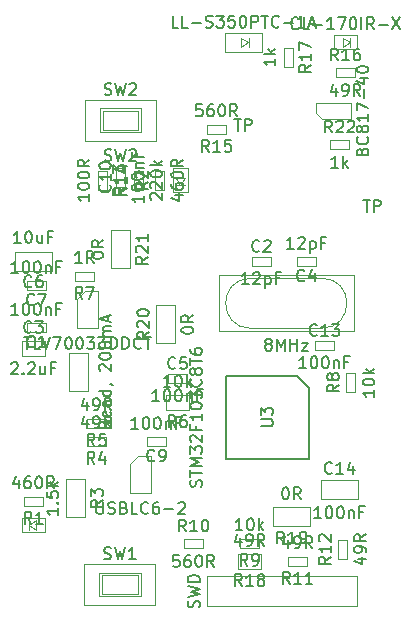
<source format=gbr>
G04 #@! TF.FileFunction,Other,Fab,Top*
%FSLAX46Y46*%
G04 Gerber Fmt 4.6, Leading zero omitted, Abs format (unit mm)*
G04 Created by KiCad (PCBNEW 4.0.6) date Wed May  3 19:00:56 2017*
%MOMM*%
%LPD*%
G01*
G04 APERTURE LIST*
%ADD10C,0.050000*%
%ADD11C,0.100000*%
%ADD12C,0.150000*%
G04 APERTURE END LIST*
D10*
D11*
X83604000Y-115424000D02*
X83604000Y-116224000D01*
X82004000Y-115424000D02*
X83604000Y-115424000D01*
X82004000Y-116224000D02*
X82004000Y-115424000D01*
X83604000Y-116224000D02*
X82004000Y-116224000D01*
X101054000Y-110636000D02*
X101054000Y-109836000D01*
X102654000Y-110636000D02*
X101054000Y-110636000D01*
X102654000Y-109836000D02*
X102654000Y-110636000D01*
X101054000Y-109836000D02*
X102654000Y-109836000D01*
X81550000Y-118222000D02*
X81550000Y-116982000D01*
X83550000Y-118222000D02*
X81550000Y-118222000D01*
X83550000Y-116982000D02*
X83550000Y-118222000D01*
X81550000Y-116982000D02*
X83550000Y-116982000D01*
X106464000Y-109836000D02*
X106464000Y-110636000D01*
X104864000Y-109836000D02*
X106464000Y-109836000D01*
X104864000Y-110636000D02*
X104864000Y-109836000D01*
X106464000Y-110636000D02*
X104864000Y-110636000D01*
X93942000Y-120542000D02*
X93942000Y-119742000D01*
X95542000Y-120542000D02*
X93942000Y-120542000D01*
X95542000Y-119742000D02*
X95542000Y-120542000D01*
X93942000Y-119742000D02*
X95542000Y-119742000D01*
X84150000Y-109436000D02*
X84150000Y-111036000D01*
X80950000Y-109436000D02*
X84150000Y-109436000D01*
X80950000Y-111036000D02*
X80950000Y-109436000D01*
X84150000Y-111036000D02*
X80950000Y-111036000D01*
X83604000Y-111868000D02*
X83604000Y-112668000D01*
X82004000Y-111868000D02*
X83604000Y-111868000D01*
X82004000Y-112668000D02*
X82004000Y-111868000D01*
X83604000Y-112668000D02*
X82004000Y-112668000D01*
X93764000Y-125076000D02*
X93764000Y-125876000D01*
X92164000Y-125076000D02*
X93764000Y-125076000D01*
X92164000Y-125876000D02*
X92164000Y-125076000D01*
X93764000Y-125876000D02*
X92164000Y-125876000D01*
X90316000Y-103924000D02*
X89516000Y-103924000D01*
X90316000Y-102324000D02*
X90316000Y-103924000D01*
X89516000Y-102324000D02*
X90316000Y-102324000D01*
X89516000Y-103924000D02*
X89516000Y-102324000D01*
X106388000Y-117748000D02*
X106388000Y-116948000D01*
X107988000Y-117748000D02*
X106388000Y-117748000D01*
X107988000Y-116948000D02*
X107988000Y-117748000D01*
X106388000Y-116948000D02*
X107988000Y-116948000D01*
X82161208Y-132185382D02*
X82161208Y-132985382D01*
X82161208Y-132585382D02*
X82761208Y-132185382D01*
X82761208Y-132985382D02*
X82161208Y-132585382D01*
X82761208Y-132185382D02*
X82761208Y-132985382D01*
X83561208Y-133185382D02*
X81561208Y-133185382D01*
X83561208Y-131985382D02*
X83561208Y-133185382D01*
X81561208Y-131985382D02*
X83561208Y-131985382D01*
X81561208Y-133185382D02*
X81561208Y-131985382D01*
X94596000Y-103778000D02*
X95396000Y-103778000D01*
X94996000Y-103778000D02*
X94596000Y-103178000D01*
X95396000Y-103178000D02*
X94996000Y-103778000D01*
X94596000Y-103178000D02*
X95396000Y-103178000D01*
X95596000Y-102378000D02*
X95596000Y-104378000D01*
X94396000Y-102378000D02*
X95596000Y-102378000D01*
X94396000Y-104378000D02*
X94396000Y-102378000D01*
X95596000Y-104378000D02*
X94396000Y-104378000D01*
X109366000Y-92094000D02*
X109366000Y-91294000D01*
X109366000Y-91694000D02*
X108766000Y-92094000D01*
X108766000Y-91294000D02*
X109366000Y-91694000D01*
X108766000Y-92094000D02*
X108766000Y-91294000D01*
X107966000Y-91094000D02*
X109966000Y-91094000D01*
X107966000Y-92294000D02*
X107966000Y-91094000D01*
X109966000Y-92294000D02*
X107966000Y-92294000D01*
X109966000Y-91094000D02*
X109966000Y-92294000D01*
X83350000Y-130156000D02*
X83350000Y-130956000D01*
X81750000Y-130156000D02*
X83350000Y-130156000D01*
X81750000Y-130956000D02*
X81750000Y-130156000D01*
X83350000Y-130956000D02*
X81750000Y-130956000D01*
X93618000Y-104178000D02*
X92818000Y-104178000D01*
X93618000Y-102578000D02*
X93618000Y-104178000D01*
X92818000Y-102578000D02*
X93618000Y-102578000D01*
X92818000Y-104178000D02*
X92818000Y-102578000D01*
X88684000Y-125076000D02*
X88684000Y-125876000D01*
X87084000Y-125076000D02*
X88684000Y-125076000D01*
X87084000Y-125876000D02*
X87084000Y-125076000D01*
X88684000Y-125876000D02*
X87084000Y-125876000D01*
X88684000Y-123552000D02*
X88684000Y-124352000D01*
X87084000Y-123552000D02*
X88684000Y-123552000D01*
X87084000Y-124352000D02*
X87084000Y-123552000D01*
X88684000Y-124352000D02*
X87084000Y-124352000D01*
X87668000Y-111106000D02*
X87668000Y-111906000D01*
X86068000Y-111106000D02*
X87668000Y-111106000D01*
X86068000Y-111906000D02*
X86068000Y-111106000D01*
X87668000Y-111906000D02*
X86068000Y-111906000D01*
X101638000Y-133712000D02*
X101638000Y-134512000D01*
X100038000Y-133712000D02*
X101638000Y-133712000D01*
X100038000Y-134512000D02*
X100038000Y-133712000D01*
X101638000Y-134512000D02*
X100038000Y-134512000D01*
X95296000Y-134512000D02*
X95296000Y-133712000D01*
X96896000Y-134512000D02*
X95296000Y-134512000D01*
X96896000Y-133712000D02*
X96896000Y-134512000D01*
X95296000Y-133712000D02*
X96896000Y-133712000D01*
X105702000Y-135236000D02*
X105702000Y-136036000D01*
X104102000Y-135236000D02*
X105702000Y-135236000D01*
X104102000Y-136036000D02*
X104102000Y-135236000D01*
X105702000Y-136036000D02*
X104102000Y-136036000D01*
X109112000Y-135420000D02*
X108312000Y-135420000D01*
X109112000Y-133820000D02*
X109112000Y-135420000D01*
X108312000Y-133820000D02*
X109112000Y-133820000D01*
X108312000Y-135420000D02*
X108312000Y-133820000D01*
X87992000Y-102578000D02*
X88792000Y-102578000D01*
X87992000Y-104178000D02*
X87992000Y-102578000D01*
X88792000Y-104178000D02*
X87992000Y-104178000D01*
X88792000Y-102578000D02*
X88792000Y-104178000D01*
X91840000Y-104178000D02*
X91040000Y-104178000D01*
X91840000Y-102578000D02*
X91840000Y-104178000D01*
X91040000Y-102578000D02*
X91840000Y-102578000D01*
X91040000Y-104178000D02*
X91040000Y-102578000D01*
X108166000Y-94634000D02*
X108166000Y-93834000D01*
X109766000Y-94634000D02*
X108166000Y-94634000D01*
X109766000Y-93834000D02*
X109766000Y-94634000D01*
X108166000Y-93834000D02*
X109766000Y-93834000D01*
X103740000Y-92164000D02*
X104540000Y-92164000D01*
X103740000Y-93764000D02*
X103740000Y-92164000D01*
X104540000Y-93764000D02*
X103740000Y-93764000D01*
X104540000Y-92164000D02*
X104540000Y-93764000D01*
X88115200Y-136617200D02*
X91615200Y-136617200D01*
X91615200Y-136617200D02*
X91615200Y-138617200D01*
X91615200Y-138617200D02*
X88115200Y-138617200D01*
X88115200Y-138617200D02*
X88115200Y-136617200D01*
X88365200Y-138417200D02*
X91365200Y-138417200D01*
X88365200Y-136817200D02*
X91365200Y-136817200D01*
X91365200Y-136817200D02*
X91365200Y-138417200D01*
X88365200Y-136817200D02*
X88365200Y-138417200D01*
X86865200Y-139367200D02*
X92865200Y-139367200D01*
X86865200Y-135867200D02*
X92865200Y-135867200D01*
X86865200Y-135867200D02*
X86865200Y-139367200D01*
X92865200Y-135867200D02*
X92865200Y-139367200D01*
X90714000Y-127370000D02*
X91364000Y-126720000D01*
X92514000Y-126720000D02*
X91364000Y-126720000D01*
X90714000Y-127370000D02*
X90714000Y-129820000D01*
X92514000Y-129820000D02*
X90714000Y-129820000D01*
X92514000Y-126720000D02*
X92514000Y-129820000D01*
D12*
X105862000Y-120944000D02*
X105862000Y-126944000D01*
X105862000Y-126944000D02*
X98862000Y-126944000D01*
X98862000Y-126944000D02*
X98862000Y-119944000D01*
X98862000Y-119944000D02*
X104862000Y-119944000D01*
X104862000Y-119944000D02*
X105862000Y-120944000D01*
D11*
X100939000Y-115907000D02*
G75*
G02X100939000Y-111677000I0J2115000D01*
G01*
X106969000Y-115907000D02*
G75*
G03X106969000Y-111677000I0J2115000D01*
G01*
X98254000Y-111442000D02*
X98254000Y-116142000D01*
X98254000Y-116142000D02*
X109654000Y-116142000D01*
X109654000Y-116142000D02*
X109654000Y-111442000D01*
X109654000Y-111442000D02*
X98254000Y-111442000D01*
X100939000Y-111677000D02*
X106969000Y-111677000D01*
X100939000Y-115907000D02*
X106969000Y-115907000D01*
X98844000Y-98660000D02*
X98844000Y-99460000D01*
X97244000Y-98660000D02*
X98844000Y-98660000D01*
X97244000Y-99460000D02*
X97244000Y-98660000D01*
X98844000Y-99460000D02*
X97244000Y-99460000D01*
X109810500Y-121323000D02*
X109010500Y-121323000D01*
X109810500Y-119723000D02*
X109810500Y-121323000D01*
X109010500Y-119723000D02*
X109810500Y-119723000D01*
X109010500Y-121323000D02*
X109010500Y-119723000D01*
X100780000Y-92094000D02*
X100780000Y-91294000D01*
X100730000Y-91694000D02*
X100130000Y-92094000D01*
X100130000Y-91294000D02*
X100730000Y-91694000D01*
X100130000Y-92094000D02*
X100130000Y-91294000D01*
X98730000Y-90894000D02*
X101930000Y-90894000D01*
X98730000Y-92494000D02*
X98730000Y-90894000D01*
X101930000Y-92494000D02*
X98730000Y-92494000D01*
X101930000Y-90894000D02*
X101930000Y-92494000D01*
X106858000Y-130340000D02*
X106858000Y-128740000D01*
X110058000Y-130340000D02*
X106858000Y-130340000D01*
X110058000Y-128740000D02*
X110058000Y-130340000D01*
X106858000Y-128740000D02*
X110058000Y-128740000D01*
X105994000Y-131026000D02*
X105994000Y-132626000D01*
X102794000Y-131026000D02*
X105994000Y-131026000D01*
X102794000Y-132626000D02*
X102794000Y-131026000D01*
X105994000Y-132626000D02*
X102794000Y-132626000D01*
X87160000Y-121234000D02*
X85560000Y-121234000D01*
X87160000Y-118034000D02*
X87160000Y-121234000D01*
X85560000Y-118034000D02*
X87160000Y-118034000D01*
X85560000Y-121234000D02*
X85560000Y-118034000D01*
X86222000Y-113400000D02*
X86872000Y-112750000D01*
X88022000Y-112750000D02*
X86872000Y-112750000D01*
X86222000Y-113400000D02*
X86222000Y-115850000D01*
X88022000Y-115850000D02*
X86222000Y-115850000D01*
X88022000Y-112750000D02*
X88022000Y-115850000D01*
X94526000Y-117170000D02*
X92926000Y-117170000D01*
X94526000Y-113970000D02*
X94526000Y-117170000D01*
X92926000Y-113970000D02*
X94526000Y-113970000D01*
X92926000Y-117170000D02*
X92926000Y-113970000D01*
X89116000Y-107620000D02*
X90716000Y-107620000D01*
X89116000Y-110820000D02*
X89116000Y-107620000D01*
X90716000Y-110820000D02*
X89116000Y-110820000D01*
X90716000Y-107620000D02*
X90716000Y-110820000D01*
X95742000Y-121554000D02*
X95742000Y-122794000D01*
X93742000Y-121554000D02*
X95742000Y-121554000D01*
X93742000Y-122794000D02*
X93742000Y-121554000D01*
X95742000Y-122794000D02*
X93742000Y-122794000D01*
X101838000Y-135016000D02*
X101838000Y-136256000D01*
X99838000Y-135016000D02*
X101838000Y-135016000D01*
X99838000Y-136256000D02*
X99838000Y-135016000D01*
X101838000Y-136256000D02*
X99838000Y-136256000D01*
X88166000Y-97298000D02*
X91666000Y-97298000D01*
X91666000Y-97298000D02*
X91666000Y-99298000D01*
X91666000Y-99298000D02*
X88166000Y-99298000D01*
X88166000Y-99298000D02*
X88166000Y-97298000D01*
X88416000Y-99098000D02*
X91416000Y-99098000D01*
X88416000Y-97498000D02*
X91416000Y-97498000D01*
X91416000Y-97498000D02*
X91416000Y-99098000D01*
X88416000Y-97498000D02*
X88416000Y-99098000D01*
X86916000Y-100048000D02*
X92916000Y-100048000D01*
X86916000Y-96548000D02*
X92916000Y-96548000D01*
X86916000Y-96548000D02*
X86916000Y-100048000D01*
X92916000Y-96548000D02*
X92916000Y-100048000D01*
X109982000Y-136906000D02*
X97282000Y-136906000D01*
X97282000Y-136906000D02*
X97282000Y-139446000D01*
X97282000Y-139446000D02*
X109982000Y-139446000D01*
X109982000Y-139446000D02*
X109982000Y-136906000D01*
X85306000Y-128702000D02*
X86906000Y-128702000D01*
X85306000Y-131902000D02*
X85306000Y-128702000D01*
X86906000Y-131902000D02*
X85306000Y-131902000D01*
X86906000Y-128702000D02*
X86906000Y-131902000D01*
X107000000Y-98220000D02*
X109450000Y-98220000D01*
X106430000Y-97670000D02*
X106430000Y-96820000D01*
X107000000Y-98220000D02*
X106430000Y-97670000D01*
X106430000Y-96820000D02*
X109470000Y-96820000D01*
X109470000Y-98220000D02*
X109470000Y-96820000D01*
X107658000Y-100730000D02*
X107658000Y-99930000D01*
X109258000Y-100730000D02*
X107658000Y-100730000D01*
X109258000Y-99930000D02*
X109258000Y-100730000D01*
X107658000Y-99930000D02*
X109258000Y-99930000D01*
D12*
X81256381Y-114776381D02*
X80684952Y-114776381D01*
X80970666Y-114776381D02*
X80970666Y-113776381D01*
X80875428Y-113919238D01*
X80780190Y-114014476D01*
X80684952Y-114062095D01*
X81875428Y-113776381D02*
X81970667Y-113776381D01*
X82065905Y-113824000D01*
X82113524Y-113871619D01*
X82161143Y-113966857D01*
X82208762Y-114157333D01*
X82208762Y-114395429D01*
X82161143Y-114585905D01*
X82113524Y-114681143D01*
X82065905Y-114728762D01*
X81970667Y-114776381D01*
X81875428Y-114776381D01*
X81780190Y-114728762D01*
X81732571Y-114681143D01*
X81684952Y-114585905D01*
X81637333Y-114395429D01*
X81637333Y-114157333D01*
X81684952Y-113966857D01*
X81732571Y-113871619D01*
X81780190Y-113824000D01*
X81875428Y-113776381D01*
X82827809Y-113776381D02*
X82923048Y-113776381D01*
X83018286Y-113824000D01*
X83065905Y-113871619D01*
X83113524Y-113966857D01*
X83161143Y-114157333D01*
X83161143Y-114395429D01*
X83113524Y-114585905D01*
X83065905Y-114681143D01*
X83018286Y-114728762D01*
X82923048Y-114776381D01*
X82827809Y-114776381D01*
X82732571Y-114728762D01*
X82684952Y-114681143D01*
X82637333Y-114585905D01*
X82589714Y-114395429D01*
X82589714Y-114157333D01*
X82637333Y-113966857D01*
X82684952Y-113871619D01*
X82732571Y-113824000D01*
X82827809Y-113776381D01*
X83589714Y-114109714D02*
X83589714Y-114776381D01*
X83589714Y-114204952D02*
X83637333Y-114157333D01*
X83732571Y-114109714D01*
X83875429Y-114109714D01*
X83970667Y-114157333D01*
X84018286Y-114252571D01*
X84018286Y-114776381D01*
X84827810Y-114252571D02*
X84494476Y-114252571D01*
X84494476Y-114776381D02*
X84494476Y-113776381D01*
X84970667Y-113776381D01*
X82637334Y-117431143D02*
X82589715Y-117478762D01*
X82446858Y-117526381D01*
X82351620Y-117526381D01*
X82208762Y-117478762D01*
X82113524Y-117383524D01*
X82065905Y-117288286D01*
X82018286Y-117097810D01*
X82018286Y-116954952D01*
X82065905Y-116764476D01*
X82113524Y-116669238D01*
X82208762Y-116574000D01*
X82351620Y-116526381D01*
X82446858Y-116526381D01*
X82589715Y-116574000D01*
X82637334Y-116621619D01*
X83589715Y-117526381D02*
X83018286Y-117526381D01*
X83304000Y-117526381D02*
X83304000Y-116526381D01*
X83208762Y-116669238D01*
X83113524Y-116764476D01*
X83018286Y-116812095D01*
X100782572Y-112188381D02*
X100211143Y-112188381D01*
X100496857Y-112188381D02*
X100496857Y-111188381D01*
X100401619Y-111331238D01*
X100306381Y-111426476D01*
X100211143Y-111474095D01*
X101163524Y-111283619D02*
X101211143Y-111236000D01*
X101306381Y-111188381D01*
X101544477Y-111188381D01*
X101639715Y-111236000D01*
X101687334Y-111283619D01*
X101734953Y-111378857D01*
X101734953Y-111474095D01*
X101687334Y-111616952D01*
X101115905Y-112188381D01*
X101734953Y-112188381D01*
X102163524Y-111521714D02*
X102163524Y-112521714D01*
X102163524Y-111569333D02*
X102258762Y-111521714D01*
X102449239Y-111521714D01*
X102544477Y-111569333D01*
X102592096Y-111616952D01*
X102639715Y-111712190D01*
X102639715Y-111997905D01*
X102592096Y-112093143D01*
X102544477Y-112140762D01*
X102449239Y-112188381D01*
X102258762Y-112188381D01*
X102163524Y-112140762D01*
X103401620Y-111664571D02*
X103068286Y-111664571D01*
X103068286Y-112188381D02*
X103068286Y-111188381D01*
X103544477Y-111188381D01*
X101687334Y-109343143D02*
X101639715Y-109390762D01*
X101496858Y-109438381D01*
X101401620Y-109438381D01*
X101258762Y-109390762D01*
X101163524Y-109295524D01*
X101115905Y-109200286D01*
X101068286Y-109009810D01*
X101068286Y-108866952D01*
X101115905Y-108676476D01*
X101163524Y-108581238D01*
X101258762Y-108486000D01*
X101401620Y-108438381D01*
X101496858Y-108438381D01*
X101639715Y-108486000D01*
X101687334Y-108533619D01*
X102068286Y-108533619D02*
X102115905Y-108486000D01*
X102211143Y-108438381D01*
X102449239Y-108438381D01*
X102544477Y-108486000D01*
X102592096Y-108533619D01*
X102639715Y-108628857D01*
X102639715Y-108724095D01*
X102592096Y-108866952D01*
X102020667Y-109438381D01*
X102639715Y-109438381D01*
X80669048Y-118899619D02*
X80716667Y-118852000D01*
X80811905Y-118804381D01*
X81050001Y-118804381D01*
X81145239Y-118852000D01*
X81192858Y-118899619D01*
X81240477Y-118994857D01*
X81240477Y-119090095D01*
X81192858Y-119232952D01*
X80621429Y-119804381D01*
X81240477Y-119804381D01*
X81669048Y-119709143D02*
X81716667Y-119756762D01*
X81669048Y-119804381D01*
X81621429Y-119756762D01*
X81669048Y-119709143D01*
X81669048Y-119804381D01*
X82097619Y-118899619D02*
X82145238Y-118852000D01*
X82240476Y-118804381D01*
X82478572Y-118804381D01*
X82573810Y-118852000D01*
X82621429Y-118899619D01*
X82669048Y-118994857D01*
X82669048Y-119090095D01*
X82621429Y-119232952D01*
X82050000Y-119804381D01*
X82669048Y-119804381D01*
X83526191Y-119137714D02*
X83526191Y-119804381D01*
X83097619Y-119137714D02*
X83097619Y-119661524D01*
X83145238Y-119756762D01*
X83240476Y-119804381D01*
X83383334Y-119804381D01*
X83478572Y-119756762D01*
X83526191Y-119709143D01*
X84335715Y-119280571D02*
X84002381Y-119280571D01*
X84002381Y-119804381D02*
X84002381Y-118804381D01*
X84478572Y-118804381D01*
X82383334Y-116209143D02*
X82335715Y-116256762D01*
X82192858Y-116304381D01*
X82097620Y-116304381D01*
X81954762Y-116256762D01*
X81859524Y-116161524D01*
X81811905Y-116066286D01*
X81764286Y-115875810D01*
X81764286Y-115732952D01*
X81811905Y-115542476D01*
X81859524Y-115447238D01*
X81954762Y-115352000D01*
X82097620Y-115304381D01*
X82192858Y-115304381D01*
X82335715Y-115352000D01*
X82383334Y-115399619D01*
X82716667Y-115304381D02*
X83335715Y-115304381D01*
X83002381Y-115685333D01*
X83145239Y-115685333D01*
X83240477Y-115732952D01*
X83288096Y-115780571D01*
X83335715Y-115875810D01*
X83335715Y-116113905D01*
X83288096Y-116209143D01*
X83240477Y-116256762D01*
X83145239Y-116304381D01*
X82859524Y-116304381D01*
X82764286Y-116256762D01*
X82716667Y-116209143D01*
X104592572Y-109188381D02*
X104021143Y-109188381D01*
X104306857Y-109188381D02*
X104306857Y-108188381D01*
X104211619Y-108331238D01*
X104116381Y-108426476D01*
X104021143Y-108474095D01*
X104973524Y-108283619D02*
X105021143Y-108236000D01*
X105116381Y-108188381D01*
X105354477Y-108188381D01*
X105449715Y-108236000D01*
X105497334Y-108283619D01*
X105544953Y-108378857D01*
X105544953Y-108474095D01*
X105497334Y-108616952D01*
X104925905Y-109188381D01*
X105544953Y-109188381D01*
X105973524Y-108521714D02*
X105973524Y-109521714D01*
X105973524Y-108569333D02*
X106068762Y-108521714D01*
X106259239Y-108521714D01*
X106354477Y-108569333D01*
X106402096Y-108616952D01*
X106449715Y-108712190D01*
X106449715Y-108997905D01*
X106402096Y-109093143D01*
X106354477Y-109140762D01*
X106259239Y-109188381D01*
X106068762Y-109188381D01*
X105973524Y-109140762D01*
X107211620Y-108664571D02*
X106878286Y-108664571D01*
X106878286Y-109188381D02*
X106878286Y-108188381D01*
X107354477Y-108188381D01*
X105497334Y-111843143D02*
X105449715Y-111890762D01*
X105306858Y-111938381D01*
X105211620Y-111938381D01*
X105068762Y-111890762D01*
X104973524Y-111795524D01*
X104925905Y-111700286D01*
X104878286Y-111509810D01*
X104878286Y-111366952D01*
X104925905Y-111176476D01*
X104973524Y-111081238D01*
X105068762Y-110986000D01*
X105211620Y-110938381D01*
X105306858Y-110938381D01*
X105449715Y-110986000D01*
X105497334Y-111033619D01*
X106354477Y-111271714D02*
X106354477Y-111938381D01*
X106116381Y-110890762D02*
X105878286Y-111605048D01*
X106497334Y-111605048D01*
X93194381Y-122094381D02*
X92622952Y-122094381D01*
X92908666Y-122094381D02*
X92908666Y-121094381D01*
X92813428Y-121237238D01*
X92718190Y-121332476D01*
X92622952Y-121380095D01*
X93813428Y-121094381D02*
X93908667Y-121094381D01*
X94003905Y-121142000D01*
X94051524Y-121189619D01*
X94099143Y-121284857D01*
X94146762Y-121475333D01*
X94146762Y-121713429D01*
X94099143Y-121903905D01*
X94051524Y-121999143D01*
X94003905Y-122046762D01*
X93908667Y-122094381D01*
X93813428Y-122094381D01*
X93718190Y-122046762D01*
X93670571Y-121999143D01*
X93622952Y-121903905D01*
X93575333Y-121713429D01*
X93575333Y-121475333D01*
X93622952Y-121284857D01*
X93670571Y-121189619D01*
X93718190Y-121142000D01*
X93813428Y-121094381D01*
X94765809Y-121094381D02*
X94861048Y-121094381D01*
X94956286Y-121142000D01*
X95003905Y-121189619D01*
X95051524Y-121284857D01*
X95099143Y-121475333D01*
X95099143Y-121713429D01*
X95051524Y-121903905D01*
X95003905Y-121999143D01*
X94956286Y-122046762D01*
X94861048Y-122094381D01*
X94765809Y-122094381D01*
X94670571Y-122046762D01*
X94622952Y-121999143D01*
X94575333Y-121903905D01*
X94527714Y-121713429D01*
X94527714Y-121475333D01*
X94575333Y-121284857D01*
X94622952Y-121189619D01*
X94670571Y-121142000D01*
X94765809Y-121094381D01*
X95527714Y-121427714D02*
X95527714Y-122094381D01*
X95527714Y-121522952D02*
X95575333Y-121475333D01*
X95670571Y-121427714D01*
X95813429Y-121427714D01*
X95908667Y-121475333D01*
X95956286Y-121570571D01*
X95956286Y-122094381D01*
X96765810Y-121570571D02*
X96432476Y-121570571D01*
X96432476Y-122094381D02*
X96432476Y-121094381D01*
X96908667Y-121094381D01*
X94575334Y-119249143D02*
X94527715Y-119296762D01*
X94384858Y-119344381D01*
X94289620Y-119344381D01*
X94146762Y-119296762D01*
X94051524Y-119201524D01*
X94003905Y-119106286D01*
X93956286Y-118915810D01*
X93956286Y-118772952D01*
X94003905Y-118582476D01*
X94051524Y-118487238D01*
X94146762Y-118392000D01*
X94289620Y-118344381D01*
X94384858Y-118344381D01*
X94527715Y-118392000D01*
X94575334Y-118439619D01*
X95480096Y-118344381D02*
X95003905Y-118344381D01*
X94956286Y-118820571D01*
X95003905Y-118772952D01*
X95099143Y-118725333D01*
X95337239Y-118725333D01*
X95432477Y-118772952D01*
X95480096Y-118820571D01*
X95527715Y-118915810D01*
X95527715Y-119153905D01*
X95480096Y-119249143D01*
X95432477Y-119296762D01*
X95337239Y-119344381D01*
X95099143Y-119344381D01*
X95003905Y-119296762D01*
X94956286Y-119249143D01*
X81478572Y-108688381D02*
X80907143Y-108688381D01*
X81192857Y-108688381D02*
X81192857Y-107688381D01*
X81097619Y-107831238D01*
X81002381Y-107926476D01*
X80907143Y-107974095D01*
X82097619Y-107688381D02*
X82192858Y-107688381D01*
X82288096Y-107736000D01*
X82335715Y-107783619D01*
X82383334Y-107878857D01*
X82430953Y-108069333D01*
X82430953Y-108307429D01*
X82383334Y-108497905D01*
X82335715Y-108593143D01*
X82288096Y-108640762D01*
X82192858Y-108688381D01*
X82097619Y-108688381D01*
X82002381Y-108640762D01*
X81954762Y-108593143D01*
X81907143Y-108497905D01*
X81859524Y-108307429D01*
X81859524Y-108069333D01*
X81907143Y-107878857D01*
X81954762Y-107783619D01*
X82002381Y-107736000D01*
X82097619Y-107688381D01*
X83288096Y-108021714D02*
X83288096Y-108688381D01*
X82859524Y-108021714D02*
X82859524Y-108545524D01*
X82907143Y-108640762D01*
X83002381Y-108688381D01*
X83145239Y-108688381D01*
X83240477Y-108640762D01*
X83288096Y-108593143D01*
X84097620Y-108164571D02*
X83764286Y-108164571D01*
X83764286Y-108688381D02*
X83764286Y-107688381D01*
X84240477Y-107688381D01*
X82383334Y-112343143D02*
X82335715Y-112390762D01*
X82192858Y-112438381D01*
X82097620Y-112438381D01*
X81954762Y-112390762D01*
X81859524Y-112295524D01*
X81811905Y-112200286D01*
X81764286Y-112009810D01*
X81764286Y-111866952D01*
X81811905Y-111676476D01*
X81859524Y-111581238D01*
X81954762Y-111486000D01*
X82097620Y-111438381D01*
X82192858Y-111438381D01*
X82335715Y-111486000D01*
X82383334Y-111533619D01*
X83240477Y-111438381D02*
X83050000Y-111438381D01*
X82954762Y-111486000D01*
X82907143Y-111533619D01*
X82811905Y-111676476D01*
X82764286Y-111866952D01*
X82764286Y-112247905D01*
X82811905Y-112343143D01*
X82859524Y-112390762D01*
X82954762Y-112438381D01*
X83145239Y-112438381D01*
X83240477Y-112390762D01*
X83288096Y-112343143D01*
X83335715Y-112247905D01*
X83335715Y-112009810D01*
X83288096Y-111914571D01*
X83240477Y-111866952D01*
X83145239Y-111819333D01*
X82954762Y-111819333D01*
X82859524Y-111866952D01*
X82811905Y-111914571D01*
X82764286Y-112009810D01*
X81256381Y-111220381D02*
X80684952Y-111220381D01*
X80970666Y-111220381D02*
X80970666Y-110220381D01*
X80875428Y-110363238D01*
X80780190Y-110458476D01*
X80684952Y-110506095D01*
X81875428Y-110220381D02*
X81970667Y-110220381D01*
X82065905Y-110268000D01*
X82113524Y-110315619D01*
X82161143Y-110410857D01*
X82208762Y-110601333D01*
X82208762Y-110839429D01*
X82161143Y-111029905D01*
X82113524Y-111125143D01*
X82065905Y-111172762D01*
X81970667Y-111220381D01*
X81875428Y-111220381D01*
X81780190Y-111172762D01*
X81732571Y-111125143D01*
X81684952Y-111029905D01*
X81637333Y-110839429D01*
X81637333Y-110601333D01*
X81684952Y-110410857D01*
X81732571Y-110315619D01*
X81780190Y-110268000D01*
X81875428Y-110220381D01*
X82827809Y-110220381D02*
X82923048Y-110220381D01*
X83018286Y-110268000D01*
X83065905Y-110315619D01*
X83113524Y-110410857D01*
X83161143Y-110601333D01*
X83161143Y-110839429D01*
X83113524Y-111029905D01*
X83065905Y-111125143D01*
X83018286Y-111172762D01*
X82923048Y-111220381D01*
X82827809Y-111220381D01*
X82732571Y-111172762D01*
X82684952Y-111125143D01*
X82637333Y-111029905D01*
X82589714Y-110839429D01*
X82589714Y-110601333D01*
X82637333Y-110410857D01*
X82684952Y-110315619D01*
X82732571Y-110268000D01*
X82827809Y-110220381D01*
X83589714Y-110553714D02*
X83589714Y-111220381D01*
X83589714Y-110648952D02*
X83637333Y-110601333D01*
X83732571Y-110553714D01*
X83875429Y-110553714D01*
X83970667Y-110601333D01*
X84018286Y-110696571D01*
X84018286Y-111220381D01*
X84827810Y-110696571D02*
X84494476Y-110696571D01*
X84494476Y-111220381D02*
X84494476Y-110220381D01*
X84970667Y-110220381D01*
X82637334Y-113875143D02*
X82589715Y-113922762D01*
X82446858Y-113970381D01*
X82351620Y-113970381D01*
X82208762Y-113922762D01*
X82113524Y-113827524D01*
X82065905Y-113732286D01*
X82018286Y-113541810D01*
X82018286Y-113398952D01*
X82065905Y-113208476D01*
X82113524Y-113113238D01*
X82208762Y-113018000D01*
X82351620Y-112970381D01*
X82446858Y-112970381D01*
X82589715Y-113018000D01*
X82637334Y-113065619D01*
X82970667Y-112970381D02*
X83637334Y-112970381D01*
X83208762Y-113970381D01*
X91416381Y-124428381D02*
X90844952Y-124428381D01*
X91130666Y-124428381D02*
X91130666Y-123428381D01*
X91035428Y-123571238D01*
X90940190Y-123666476D01*
X90844952Y-123714095D01*
X92035428Y-123428381D02*
X92130667Y-123428381D01*
X92225905Y-123476000D01*
X92273524Y-123523619D01*
X92321143Y-123618857D01*
X92368762Y-123809333D01*
X92368762Y-124047429D01*
X92321143Y-124237905D01*
X92273524Y-124333143D01*
X92225905Y-124380762D01*
X92130667Y-124428381D01*
X92035428Y-124428381D01*
X91940190Y-124380762D01*
X91892571Y-124333143D01*
X91844952Y-124237905D01*
X91797333Y-124047429D01*
X91797333Y-123809333D01*
X91844952Y-123618857D01*
X91892571Y-123523619D01*
X91940190Y-123476000D01*
X92035428Y-123428381D01*
X92987809Y-123428381D02*
X93083048Y-123428381D01*
X93178286Y-123476000D01*
X93225905Y-123523619D01*
X93273524Y-123618857D01*
X93321143Y-123809333D01*
X93321143Y-124047429D01*
X93273524Y-124237905D01*
X93225905Y-124333143D01*
X93178286Y-124380762D01*
X93083048Y-124428381D01*
X92987809Y-124428381D01*
X92892571Y-124380762D01*
X92844952Y-124333143D01*
X92797333Y-124237905D01*
X92749714Y-124047429D01*
X92749714Y-123809333D01*
X92797333Y-123618857D01*
X92844952Y-123523619D01*
X92892571Y-123476000D01*
X92987809Y-123428381D01*
X93749714Y-123761714D02*
X93749714Y-124428381D01*
X93749714Y-123856952D02*
X93797333Y-123809333D01*
X93892571Y-123761714D01*
X94035429Y-123761714D01*
X94130667Y-123809333D01*
X94178286Y-123904571D01*
X94178286Y-124428381D01*
X94987810Y-123904571D02*
X94654476Y-123904571D01*
X94654476Y-124428381D02*
X94654476Y-123428381D01*
X95130667Y-123428381D01*
X92797334Y-127083143D02*
X92749715Y-127130762D01*
X92606858Y-127178381D01*
X92511620Y-127178381D01*
X92368762Y-127130762D01*
X92273524Y-127035524D01*
X92225905Y-126940286D01*
X92178286Y-126749810D01*
X92178286Y-126606952D01*
X92225905Y-126416476D01*
X92273524Y-126321238D01*
X92368762Y-126226000D01*
X92511620Y-126178381D01*
X92606858Y-126178381D01*
X92749715Y-126226000D01*
X92797334Y-126273619D01*
X93273524Y-127178381D02*
X93464000Y-127178381D01*
X93559239Y-127130762D01*
X93606858Y-127083143D01*
X93702096Y-126940286D01*
X93749715Y-126749810D01*
X93749715Y-126368857D01*
X93702096Y-126273619D01*
X93654477Y-126226000D01*
X93559239Y-126178381D01*
X93368762Y-126178381D01*
X93273524Y-126226000D01*
X93225905Y-126273619D01*
X93178286Y-126368857D01*
X93178286Y-126606952D01*
X93225905Y-126702190D01*
X93273524Y-126749810D01*
X93368762Y-126797429D01*
X93559239Y-126797429D01*
X93654477Y-126749810D01*
X93702096Y-126702190D01*
X93749715Y-126606952D01*
X91868381Y-104671619D02*
X91868381Y-105243048D01*
X91868381Y-104957334D02*
X90868381Y-104957334D01*
X91011238Y-105052572D01*
X91106476Y-105147810D01*
X91154095Y-105243048D01*
X90868381Y-104052572D02*
X90868381Y-103957333D01*
X90916000Y-103862095D01*
X90963619Y-103814476D01*
X91058857Y-103766857D01*
X91249333Y-103719238D01*
X91487429Y-103719238D01*
X91677905Y-103766857D01*
X91773143Y-103814476D01*
X91820762Y-103862095D01*
X91868381Y-103957333D01*
X91868381Y-104052572D01*
X91820762Y-104147810D01*
X91773143Y-104195429D01*
X91677905Y-104243048D01*
X91487429Y-104290667D01*
X91249333Y-104290667D01*
X91058857Y-104243048D01*
X90963619Y-104195429D01*
X90916000Y-104147810D01*
X90868381Y-104052572D01*
X90868381Y-103100191D02*
X90868381Y-103004952D01*
X90916000Y-102909714D01*
X90963619Y-102862095D01*
X91058857Y-102814476D01*
X91249333Y-102766857D01*
X91487429Y-102766857D01*
X91677905Y-102814476D01*
X91773143Y-102862095D01*
X91820762Y-102909714D01*
X91868381Y-103004952D01*
X91868381Y-103100191D01*
X91820762Y-103195429D01*
X91773143Y-103243048D01*
X91677905Y-103290667D01*
X91487429Y-103338286D01*
X91249333Y-103338286D01*
X91058857Y-103290667D01*
X90963619Y-103243048D01*
X90916000Y-103195429D01*
X90868381Y-103100191D01*
X91201714Y-102338286D02*
X91868381Y-102338286D01*
X91296952Y-102338286D02*
X91249333Y-102290667D01*
X91201714Y-102195429D01*
X91201714Y-102052571D01*
X91249333Y-101957333D01*
X91344571Y-101909714D01*
X91868381Y-101909714D01*
X91344571Y-101100190D02*
X91344571Y-101433524D01*
X91868381Y-101433524D02*
X90868381Y-101433524D01*
X90868381Y-100957333D01*
X89023143Y-103766857D02*
X89070762Y-103814476D01*
X89118381Y-103957333D01*
X89118381Y-104052571D01*
X89070762Y-104195429D01*
X88975524Y-104290667D01*
X88880286Y-104338286D01*
X88689810Y-104385905D01*
X88546952Y-104385905D01*
X88356476Y-104338286D01*
X88261238Y-104290667D01*
X88166000Y-104195429D01*
X88118381Y-104052571D01*
X88118381Y-103957333D01*
X88166000Y-103814476D01*
X88213619Y-103766857D01*
X89118381Y-102814476D02*
X89118381Y-103385905D01*
X89118381Y-103100191D02*
X88118381Y-103100191D01*
X88261238Y-103195429D01*
X88356476Y-103290667D01*
X88404095Y-103385905D01*
X88118381Y-102195429D02*
X88118381Y-102100190D01*
X88166000Y-102004952D01*
X88213619Y-101957333D01*
X88308857Y-101909714D01*
X88499333Y-101862095D01*
X88737429Y-101862095D01*
X88927905Y-101909714D01*
X89023143Y-101957333D01*
X89070762Y-102004952D01*
X89118381Y-102100190D01*
X89118381Y-102195429D01*
X89070762Y-102290667D01*
X89023143Y-102338286D01*
X88927905Y-102385905D01*
X88737429Y-102433524D01*
X88499333Y-102433524D01*
X88308857Y-102385905D01*
X88213619Y-102338286D01*
X88166000Y-102290667D01*
X88118381Y-102195429D01*
X105640381Y-119300381D02*
X105068952Y-119300381D01*
X105354666Y-119300381D02*
X105354666Y-118300381D01*
X105259428Y-118443238D01*
X105164190Y-118538476D01*
X105068952Y-118586095D01*
X106259428Y-118300381D02*
X106354667Y-118300381D01*
X106449905Y-118348000D01*
X106497524Y-118395619D01*
X106545143Y-118490857D01*
X106592762Y-118681333D01*
X106592762Y-118919429D01*
X106545143Y-119109905D01*
X106497524Y-119205143D01*
X106449905Y-119252762D01*
X106354667Y-119300381D01*
X106259428Y-119300381D01*
X106164190Y-119252762D01*
X106116571Y-119205143D01*
X106068952Y-119109905D01*
X106021333Y-118919429D01*
X106021333Y-118681333D01*
X106068952Y-118490857D01*
X106116571Y-118395619D01*
X106164190Y-118348000D01*
X106259428Y-118300381D01*
X107211809Y-118300381D02*
X107307048Y-118300381D01*
X107402286Y-118348000D01*
X107449905Y-118395619D01*
X107497524Y-118490857D01*
X107545143Y-118681333D01*
X107545143Y-118919429D01*
X107497524Y-119109905D01*
X107449905Y-119205143D01*
X107402286Y-119252762D01*
X107307048Y-119300381D01*
X107211809Y-119300381D01*
X107116571Y-119252762D01*
X107068952Y-119205143D01*
X107021333Y-119109905D01*
X106973714Y-118919429D01*
X106973714Y-118681333D01*
X107021333Y-118490857D01*
X107068952Y-118395619D01*
X107116571Y-118348000D01*
X107211809Y-118300381D01*
X107973714Y-118633714D02*
X107973714Y-119300381D01*
X107973714Y-118728952D02*
X108021333Y-118681333D01*
X108116571Y-118633714D01*
X108259429Y-118633714D01*
X108354667Y-118681333D01*
X108402286Y-118776571D01*
X108402286Y-119300381D01*
X109211810Y-118776571D02*
X108878476Y-118776571D01*
X108878476Y-119300381D02*
X108878476Y-118300381D01*
X109354667Y-118300381D01*
X106545143Y-116455143D02*
X106497524Y-116502762D01*
X106354667Y-116550381D01*
X106259429Y-116550381D01*
X106116571Y-116502762D01*
X106021333Y-116407524D01*
X105973714Y-116312286D01*
X105926095Y-116121810D01*
X105926095Y-115978952D01*
X105973714Y-115788476D01*
X106021333Y-115693238D01*
X106116571Y-115598000D01*
X106259429Y-115550381D01*
X106354667Y-115550381D01*
X106497524Y-115598000D01*
X106545143Y-115645619D01*
X107497524Y-116550381D02*
X106926095Y-116550381D01*
X107211809Y-116550381D02*
X107211809Y-115550381D01*
X107116571Y-115693238D01*
X107021333Y-115788476D01*
X106926095Y-115836095D01*
X107830857Y-115550381D02*
X108449905Y-115550381D01*
X108116571Y-115931333D01*
X108259429Y-115931333D01*
X108354667Y-115978952D01*
X108402286Y-116026571D01*
X108449905Y-116121810D01*
X108449905Y-116359905D01*
X108402286Y-116455143D01*
X108354667Y-116502762D01*
X108259429Y-116550381D01*
X107973714Y-116550381D01*
X107878476Y-116502762D01*
X107830857Y-116455143D01*
X104989810Y-90501143D02*
X104942191Y-90548762D01*
X104799334Y-90596381D01*
X104704096Y-90596381D01*
X104561238Y-90548762D01*
X104466000Y-90453524D01*
X104418381Y-90358286D01*
X104370762Y-90167810D01*
X104370762Y-90024952D01*
X104418381Y-89834476D01*
X104466000Y-89739238D01*
X104561238Y-89644000D01*
X104704096Y-89596381D01*
X104799334Y-89596381D01*
X104942191Y-89644000D01*
X104989810Y-89691619D01*
X105894572Y-90596381D02*
X105418381Y-90596381D01*
X105418381Y-89596381D01*
X106227905Y-90215429D02*
X106989810Y-90215429D01*
X107989810Y-90596381D02*
X107418381Y-90596381D01*
X107704095Y-90596381D02*
X107704095Y-89596381D01*
X107608857Y-89739238D01*
X107513619Y-89834476D01*
X107418381Y-89882095D01*
X108323143Y-89596381D02*
X108989810Y-89596381D01*
X108561238Y-90596381D01*
X109561238Y-89596381D02*
X109656477Y-89596381D01*
X109751715Y-89644000D01*
X109799334Y-89691619D01*
X109846953Y-89786857D01*
X109894572Y-89977333D01*
X109894572Y-90215429D01*
X109846953Y-90405905D01*
X109799334Y-90501143D01*
X109751715Y-90548762D01*
X109656477Y-90596381D01*
X109561238Y-90596381D01*
X109466000Y-90548762D01*
X109418381Y-90501143D01*
X109370762Y-90405905D01*
X109323143Y-90215429D01*
X109323143Y-89977333D01*
X109370762Y-89786857D01*
X109418381Y-89691619D01*
X109466000Y-89644000D01*
X109561238Y-89596381D01*
X110323143Y-90596381D02*
X110323143Y-89596381D01*
X111370762Y-90596381D02*
X111037428Y-90120190D01*
X110799333Y-90596381D02*
X110799333Y-89596381D01*
X111180286Y-89596381D01*
X111275524Y-89644000D01*
X111323143Y-89691619D01*
X111370762Y-89786857D01*
X111370762Y-89929714D01*
X111323143Y-90024952D01*
X111275524Y-90072571D01*
X111180286Y-90120190D01*
X110799333Y-90120190D01*
X111799333Y-90215429D02*
X112561238Y-90215429D01*
X112942190Y-89596381D02*
X113608857Y-90596381D01*
X113608857Y-89596381D02*
X112942190Y-90596381D01*
X110466286Y-105068381D02*
X111037715Y-105068381D01*
X110752000Y-106068381D02*
X110752000Y-105068381D01*
X111371048Y-106068381D02*
X111371048Y-105068381D01*
X111752001Y-105068381D01*
X111847239Y-105116000D01*
X111894858Y-105163619D01*
X111942477Y-105258857D01*
X111942477Y-105401714D01*
X111894858Y-105496952D01*
X111847239Y-105544571D01*
X111752001Y-105592190D01*
X111371048Y-105592190D01*
X99544286Y-98210381D02*
X100115715Y-98210381D01*
X99830000Y-99210381D02*
X99830000Y-98210381D01*
X100449048Y-99210381D02*
X100449048Y-98210381D01*
X100830001Y-98210381D01*
X100925239Y-98258000D01*
X100972858Y-98305619D01*
X101020477Y-98400857D01*
X101020477Y-98543714D01*
X100972858Y-98638952D01*
X100925239Y-98686571D01*
X100830001Y-98734190D01*
X100449048Y-98734190D01*
X81288096Y-128791714D02*
X81288096Y-129458381D01*
X81050000Y-128410762D02*
X80811905Y-129125048D01*
X81430953Y-129125048D01*
X82240477Y-128458381D02*
X82050000Y-128458381D01*
X81954762Y-128506000D01*
X81907143Y-128553619D01*
X81811905Y-128696476D01*
X81764286Y-128886952D01*
X81764286Y-129267905D01*
X81811905Y-129363143D01*
X81859524Y-129410762D01*
X81954762Y-129458381D01*
X82145239Y-129458381D01*
X82240477Y-129410762D01*
X82288096Y-129363143D01*
X82335715Y-129267905D01*
X82335715Y-129029810D01*
X82288096Y-128934571D01*
X82240477Y-128886952D01*
X82145239Y-128839333D01*
X81954762Y-128839333D01*
X81859524Y-128886952D01*
X81811905Y-128934571D01*
X81764286Y-129029810D01*
X82954762Y-128458381D02*
X83050001Y-128458381D01*
X83145239Y-128506000D01*
X83192858Y-128553619D01*
X83240477Y-128648857D01*
X83288096Y-128839333D01*
X83288096Y-129077429D01*
X83240477Y-129267905D01*
X83192858Y-129363143D01*
X83145239Y-129410762D01*
X83050001Y-129458381D01*
X82954762Y-129458381D01*
X82859524Y-129410762D01*
X82811905Y-129363143D01*
X82764286Y-129267905D01*
X82716667Y-129077429D01*
X82716667Y-128839333D01*
X82764286Y-128648857D01*
X82811905Y-128553619D01*
X82859524Y-128506000D01*
X82954762Y-128458381D01*
X84288096Y-129458381D02*
X83954762Y-128982190D01*
X83716667Y-129458381D02*
X83716667Y-128458381D01*
X84097620Y-128458381D01*
X84192858Y-128506000D01*
X84240477Y-128553619D01*
X84288096Y-128648857D01*
X84288096Y-128791714D01*
X84240477Y-128886952D01*
X84192858Y-128934571D01*
X84097620Y-128982190D01*
X83716667Y-128982190D01*
X82383334Y-132458381D02*
X82050000Y-131982190D01*
X81811905Y-132458381D02*
X81811905Y-131458381D01*
X82192858Y-131458381D01*
X82288096Y-131506000D01*
X82335715Y-131553619D01*
X82383334Y-131648857D01*
X82383334Y-131791714D01*
X82335715Y-131886952D01*
X82288096Y-131934571D01*
X82192858Y-131982190D01*
X81811905Y-131982190D01*
X83335715Y-132458381D02*
X82764286Y-132458381D01*
X83050000Y-132458381D02*
X83050000Y-131458381D01*
X82954762Y-131601238D01*
X82859524Y-131696476D01*
X82764286Y-131744095D01*
X94553714Y-104639904D02*
X95220381Y-104639904D01*
X94172762Y-104878000D02*
X94887048Y-105116095D01*
X94887048Y-104497047D01*
X94220381Y-103687523D02*
X94220381Y-103878000D01*
X94268000Y-103973238D01*
X94315619Y-104020857D01*
X94458476Y-104116095D01*
X94648952Y-104163714D01*
X95029905Y-104163714D01*
X95125143Y-104116095D01*
X95172762Y-104068476D01*
X95220381Y-103973238D01*
X95220381Y-103782761D01*
X95172762Y-103687523D01*
X95125143Y-103639904D01*
X95029905Y-103592285D01*
X94791810Y-103592285D01*
X94696571Y-103639904D01*
X94648952Y-103687523D01*
X94601333Y-103782761D01*
X94601333Y-103973238D01*
X94648952Y-104068476D01*
X94696571Y-104116095D01*
X94791810Y-104163714D01*
X94220381Y-102973238D02*
X94220381Y-102877999D01*
X94268000Y-102782761D01*
X94315619Y-102735142D01*
X94410857Y-102687523D01*
X94601333Y-102639904D01*
X94839429Y-102639904D01*
X95029905Y-102687523D01*
X95125143Y-102735142D01*
X95172762Y-102782761D01*
X95220381Y-102877999D01*
X95220381Y-102973238D01*
X95172762Y-103068476D01*
X95125143Y-103116095D01*
X95029905Y-103163714D01*
X94839429Y-103211333D01*
X94601333Y-103211333D01*
X94410857Y-103163714D01*
X94315619Y-103116095D01*
X94268000Y-103068476D01*
X94220381Y-102973238D01*
X95220381Y-101639904D02*
X94744190Y-101973238D01*
X95220381Y-102211333D02*
X94220381Y-102211333D01*
X94220381Y-101830380D01*
X94268000Y-101735142D01*
X94315619Y-101687523D01*
X94410857Y-101639904D01*
X94553714Y-101639904D01*
X94648952Y-101687523D01*
X94696571Y-101735142D01*
X94744190Y-101830380D01*
X94744190Y-102211333D01*
X92220381Y-103544666D02*
X91744190Y-103878000D01*
X92220381Y-104116095D02*
X91220381Y-104116095D01*
X91220381Y-103735142D01*
X91268000Y-103639904D01*
X91315619Y-103592285D01*
X91410857Y-103544666D01*
X91553714Y-103544666D01*
X91648952Y-103592285D01*
X91696571Y-103639904D01*
X91744190Y-103735142D01*
X91744190Y-104116095D01*
X91315619Y-103163714D02*
X91268000Y-103116095D01*
X91220381Y-103020857D01*
X91220381Y-102782761D01*
X91268000Y-102687523D01*
X91315619Y-102639904D01*
X91410857Y-102592285D01*
X91506095Y-102592285D01*
X91648952Y-102639904D01*
X92220381Y-103211333D01*
X92220381Y-102592285D01*
X87098286Y-123711714D02*
X87098286Y-124378381D01*
X86860190Y-123330762D02*
X86622095Y-124045048D01*
X87241143Y-124045048D01*
X87669714Y-124378381D02*
X87860190Y-124378381D01*
X87955429Y-124330762D01*
X88003048Y-124283143D01*
X88098286Y-124140286D01*
X88145905Y-123949810D01*
X88145905Y-123568857D01*
X88098286Y-123473619D01*
X88050667Y-123426000D01*
X87955429Y-123378381D01*
X87764952Y-123378381D01*
X87669714Y-123426000D01*
X87622095Y-123473619D01*
X87574476Y-123568857D01*
X87574476Y-123806952D01*
X87622095Y-123902190D01*
X87669714Y-123949810D01*
X87764952Y-123997429D01*
X87955429Y-123997429D01*
X88050667Y-123949810D01*
X88098286Y-123902190D01*
X88145905Y-123806952D01*
X89145905Y-124378381D02*
X88812571Y-123902190D01*
X88574476Y-124378381D02*
X88574476Y-123378381D01*
X88955429Y-123378381D01*
X89050667Y-123426000D01*
X89098286Y-123473619D01*
X89145905Y-123568857D01*
X89145905Y-123711714D01*
X89098286Y-123806952D01*
X89050667Y-123854571D01*
X88955429Y-123902190D01*
X88574476Y-123902190D01*
X87717334Y-127378381D02*
X87384000Y-126902190D01*
X87145905Y-127378381D02*
X87145905Y-126378381D01*
X87526858Y-126378381D01*
X87622096Y-126426000D01*
X87669715Y-126473619D01*
X87717334Y-126568857D01*
X87717334Y-126711714D01*
X87669715Y-126806952D01*
X87622096Y-126854571D01*
X87526858Y-126902190D01*
X87145905Y-126902190D01*
X88574477Y-126711714D02*
X88574477Y-127378381D01*
X88336381Y-126330762D02*
X88098286Y-127045048D01*
X88717334Y-127045048D01*
X87098286Y-122187714D02*
X87098286Y-122854381D01*
X86860190Y-121806762D02*
X86622095Y-122521048D01*
X87241143Y-122521048D01*
X87669714Y-122854381D02*
X87860190Y-122854381D01*
X87955429Y-122806762D01*
X88003048Y-122759143D01*
X88098286Y-122616286D01*
X88145905Y-122425810D01*
X88145905Y-122044857D01*
X88098286Y-121949619D01*
X88050667Y-121902000D01*
X87955429Y-121854381D01*
X87764952Y-121854381D01*
X87669714Y-121902000D01*
X87622095Y-121949619D01*
X87574476Y-122044857D01*
X87574476Y-122282952D01*
X87622095Y-122378190D01*
X87669714Y-122425810D01*
X87764952Y-122473429D01*
X87955429Y-122473429D01*
X88050667Y-122425810D01*
X88098286Y-122378190D01*
X88145905Y-122282952D01*
X89145905Y-122854381D02*
X88812571Y-122378190D01*
X88574476Y-122854381D02*
X88574476Y-121854381D01*
X88955429Y-121854381D01*
X89050667Y-121902000D01*
X89098286Y-121949619D01*
X89145905Y-122044857D01*
X89145905Y-122187714D01*
X89098286Y-122282952D01*
X89050667Y-122330571D01*
X88955429Y-122378190D01*
X88574476Y-122378190D01*
X87717334Y-125854381D02*
X87384000Y-125378190D01*
X87145905Y-125854381D02*
X87145905Y-124854381D01*
X87526858Y-124854381D01*
X87622096Y-124902000D01*
X87669715Y-124949619D01*
X87717334Y-125044857D01*
X87717334Y-125187714D01*
X87669715Y-125282952D01*
X87622096Y-125330571D01*
X87526858Y-125378190D01*
X87145905Y-125378190D01*
X88622096Y-124854381D02*
X88145905Y-124854381D01*
X88098286Y-125330571D01*
X88145905Y-125282952D01*
X88241143Y-125235333D01*
X88479239Y-125235333D01*
X88574477Y-125282952D01*
X88622096Y-125330571D01*
X88669715Y-125425810D01*
X88669715Y-125663905D01*
X88622096Y-125759143D01*
X88574477Y-125806762D01*
X88479239Y-125854381D01*
X88241143Y-125854381D01*
X88145905Y-125806762D01*
X88098286Y-125759143D01*
X86653715Y-110408381D02*
X86082286Y-110408381D01*
X86368000Y-110408381D02*
X86368000Y-109408381D01*
X86272762Y-109551238D01*
X86177524Y-109646476D01*
X86082286Y-109694095D01*
X87653715Y-110408381D02*
X87320381Y-109932190D01*
X87082286Y-110408381D02*
X87082286Y-109408381D01*
X87463239Y-109408381D01*
X87558477Y-109456000D01*
X87606096Y-109503619D01*
X87653715Y-109598857D01*
X87653715Y-109741714D01*
X87606096Y-109836952D01*
X87558477Y-109884571D01*
X87463239Y-109932190D01*
X87082286Y-109932190D01*
X86701334Y-113408381D02*
X86368000Y-112932190D01*
X86129905Y-113408381D02*
X86129905Y-112408381D01*
X86510858Y-112408381D01*
X86606096Y-112456000D01*
X86653715Y-112503619D01*
X86701334Y-112598857D01*
X86701334Y-112741714D01*
X86653715Y-112836952D01*
X86606096Y-112884571D01*
X86510858Y-112932190D01*
X86129905Y-112932190D01*
X87034667Y-112408381D02*
X87701334Y-112408381D01*
X87272762Y-113408381D01*
X100242762Y-133014381D02*
X99671333Y-133014381D01*
X99957047Y-133014381D02*
X99957047Y-132014381D01*
X99861809Y-132157238D01*
X99766571Y-132252476D01*
X99671333Y-132300095D01*
X100861809Y-132014381D02*
X100957048Y-132014381D01*
X101052286Y-132062000D01*
X101099905Y-132109619D01*
X101147524Y-132204857D01*
X101195143Y-132395333D01*
X101195143Y-132633429D01*
X101147524Y-132823905D01*
X101099905Y-132919143D01*
X101052286Y-132966762D01*
X100957048Y-133014381D01*
X100861809Y-133014381D01*
X100766571Y-132966762D01*
X100718952Y-132919143D01*
X100671333Y-132823905D01*
X100623714Y-132633429D01*
X100623714Y-132395333D01*
X100671333Y-132204857D01*
X100718952Y-132109619D01*
X100766571Y-132062000D01*
X100861809Y-132014381D01*
X101623714Y-133014381D02*
X101623714Y-132014381D01*
X101718952Y-132633429D02*
X102004667Y-133014381D01*
X102004667Y-132347714D02*
X101623714Y-132728667D01*
X100671334Y-136014381D02*
X100338000Y-135538190D01*
X100099905Y-136014381D02*
X100099905Y-135014381D01*
X100480858Y-135014381D01*
X100576096Y-135062000D01*
X100623715Y-135109619D01*
X100671334Y-135204857D01*
X100671334Y-135347714D01*
X100623715Y-135442952D01*
X100576096Y-135490571D01*
X100480858Y-135538190D01*
X100099905Y-135538190D01*
X101147524Y-136014381D02*
X101338000Y-136014381D01*
X101433239Y-135966762D01*
X101480858Y-135919143D01*
X101576096Y-135776286D01*
X101623715Y-135585810D01*
X101623715Y-135204857D01*
X101576096Y-135109619D01*
X101528477Y-135062000D01*
X101433239Y-135014381D01*
X101242762Y-135014381D01*
X101147524Y-135062000D01*
X101099905Y-135109619D01*
X101052286Y-135204857D01*
X101052286Y-135442952D01*
X101099905Y-135538190D01*
X101147524Y-135585810D01*
X101242762Y-135633429D01*
X101433239Y-135633429D01*
X101528477Y-135585810D01*
X101576096Y-135538190D01*
X101623715Y-135442952D01*
X94881715Y-135114381D02*
X94405524Y-135114381D01*
X94357905Y-135590571D01*
X94405524Y-135542952D01*
X94500762Y-135495333D01*
X94738858Y-135495333D01*
X94834096Y-135542952D01*
X94881715Y-135590571D01*
X94929334Y-135685810D01*
X94929334Y-135923905D01*
X94881715Y-136019143D01*
X94834096Y-136066762D01*
X94738858Y-136114381D01*
X94500762Y-136114381D01*
X94405524Y-136066762D01*
X94357905Y-136019143D01*
X95786477Y-135114381D02*
X95596000Y-135114381D01*
X95500762Y-135162000D01*
X95453143Y-135209619D01*
X95357905Y-135352476D01*
X95310286Y-135542952D01*
X95310286Y-135923905D01*
X95357905Y-136019143D01*
X95405524Y-136066762D01*
X95500762Y-136114381D01*
X95691239Y-136114381D01*
X95786477Y-136066762D01*
X95834096Y-136019143D01*
X95881715Y-135923905D01*
X95881715Y-135685810D01*
X95834096Y-135590571D01*
X95786477Y-135542952D01*
X95691239Y-135495333D01*
X95500762Y-135495333D01*
X95405524Y-135542952D01*
X95357905Y-135590571D01*
X95310286Y-135685810D01*
X96500762Y-135114381D02*
X96596001Y-135114381D01*
X96691239Y-135162000D01*
X96738858Y-135209619D01*
X96786477Y-135304857D01*
X96834096Y-135495333D01*
X96834096Y-135733429D01*
X96786477Y-135923905D01*
X96738858Y-136019143D01*
X96691239Y-136066762D01*
X96596001Y-136114381D01*
X96500762Y-136114381D01*
X96405524Y-136066762D01*
X96357905Y-136019143D01*
X96310286Y-135923905D01*
X96262667Y-135733429D01*
X96262667Y-135495333D01*
X96310286Y-135304857D01*
X96357905Y-135209619D01*
X96405524Y-135162000D01*
X96500762Y-135114381D01*
X97834096Y-136114381D02*
X97500762Y-135638190D01*
X97262667Y-136114381D02*
X97262667Y-135114381D01*
X97643620Y-135114381D01*
X97738858Y-135162000D01*
X97786477Y-135209619D01*
X97834096Y-135304857D01*
X97834096Y-135447714D01*
X97786477Y-135542952D01*
X97738858Y-135590571D01*
X97643620Y-135638190D01*
X97262667Y-135638190D01*
X95453143Y-133114381D02*
X95119809Y-132638190D01*
X94881714Y-133114381D02*
X94881714Y-132114381D01*
X95262667Y-132114381D01*
X95357905Y-132162000D01*
X95405524Y-132209619D01*
X95453143Y-132304857D01*
X95453143Y-132447714D01*
X95405524Y-132542952D01*
X95357905Y-132590571D01*
X95262667Y-132638190D01*
X94881714Y-132638190D01*
X96405524Y-133114381D02*
X95834095Y-133114381D01*
X96119809Y-133114381D02*
X96119809Y-132114381D01*
X96024571Y-132257238D01*
X95929333Y-132352476D01*
X95834095Y-132400095D01*
X97024571Y-132114381D02*
X97119810Y-132114381D01*
X97215048Y-132162000D01*
X97262667Y-132209619D01*
X97310286Y-132304857D01*
X97357905Y-132495333D01*
X97357905Y-132733429D01*
X97310286Y-132923905D01*
X97262667Y-133019143D01*
X97215048Y-133066762D01*
X97119810Y-133114381D01*
X97024571Y-133114381D01*
X96929333Y-133066762D01*
X96881714Y-133019143D01*
X96834095Y-132923905D01*
X96786476Y-132733429D01*
X96786476Y-132495333D01*
X96834095Y-132304857D01*
X96881714Y-132209619D01*
X96929333Y-132162000D01*
X97024571Y-132114381D01*
X104116286Y-133871714D02*
X104116286Y-134538381D01*
X103878190Y-133490762D02*
X103640095Y-134205048D01*
X104259143Y-134205048D01*
X104687714Y-134538381D02*
X104878190Y-134538381D01*
X104973429Y-134490762D01*
X105021048Y-134443143D01*
X105116286Y-134300286D01*
X105163905Y-134109810D01*
X105163905Y-133728857D01*
X105116286Y-133633619D01*
X105068667Y-133586000D01*
X104973429Y-133538381D01*
X104782952Y-133538381D01*
X104687714Y-133586000D01*
X104640095Y-133633619D01*
X104592476Y-133728857D01*
X104592476Y-133966952D01*
X104640095Y-134062190D01*
X104687714Y-134109810D01*
X104782952Y-134157429D01*
X104973429Y-134157429D01*
X105068667Y-134109810D01*
X105116286Y-134062190D01*
X105163905Y-133966952D01*
X106163905Y-134538381D02*
X105830571Y-134062190D01*
X105592476Y-134538381D02*
X105592476Y-133538381D01*
X105973429Y-133538381D01*
X106068667Y-133586000D01*
X106116286Y-133633619D01*
X106163905Y-133728857D01*
X106163905Y-133871714D01*
X106116286Y-133966952D01*
X106068667Y-134014571D01*
X105973429Y-134062190D01*
X105592476Y-134062190D01*
X104259143Y-137538381D02*
X103925809Y-137062190D01*
X103687714Y-137538381D02*
X103687714Y-136538381D01*
X104068667Y-136538381D01*
X104163905Y-136586000D01*
X104211524Y-136633619D01*
X104259143Y-136728857D01*
X104259143Y-136871714D01*
X104211524Y-136966952D01*
X104163905Y-137014571D01*
X104068667Y-137062190D01*
X103687714Y-137062190D01*
X105211524Y-137538381D02*
X104640095Y-137538381D01*
X104925809Y-137538381D02*
X104925809Y-136538381D01*
X104830571Y-136681238D01*
X104735333Y-136776476D01*
X104640095Y-136824095D01*
X106163905Y-137538381D02*
X105592476Y-137538381D01*
X105878190Y-137538381D02*
X105878190Y-136538381D01*
X105782952Y-136681238D01*
X105687714Y-136776476D01*
X105592476Y-136824095D01*
X110047714Y-135405714D02*
X110714381Y-135405714D01*
X109666762Y-135643810D02*
X110381048Y-135881905D01*
X110381048Y-135262857D01*
X110714381Y-134834286D02*
X110714381Y-134643810D01*
X110666762Y-134548571D01*
X110619143Y-134500952D01*
X110476286Y-134405714D01*
X110285810Y-134358095D01*
X109904857Y-134358095D01*
X109809619Y-134405714D01*
X109762000Y-134453333D01*
X109714381Y-134548571D01*
X109714381Y-134739048D01*
X109762000Y-134834286D01*
X109809619Y-134881905D01*
X109904857Y-134929524D01*
X110142952Y-134929524D01*
X110238190Y-134881905D01*
X110285810Y-134834286D01*
X110333429Y-134739048D01*
X110333429Y-134548571D01*
X110285810Y-134453333D01*
X110238190Y-134405714D01*
X110142952Y-134358095D01*
X110714381Y-133358095D02*
X110238190Y-133691429D01*
X110714381Y-133929524D02*
X109714381Y-133929524D01*
X109714381Y-133548571D01*
X109762000Y-133453333D01*
X109809619Y-133405714D01*
X109904857Y-133358095D01*
X110047714Y-133358095D01*
X110142952Y-133405714D01*
X110190571Y-133453333D01*
X110238190Y-133548571D01*
X110238190Y-133929524D01*
X107714381Y-135262857D02*
X107238190Y-135596191D01*
X107714381Y-135834286D02*
X106714381Y-135834286D01*
X106714381Y-135453333D01*
X106762000Y-135358095D01*
X106809619Y-135310476D01*
X106904857Y-135262857D01*
X107047714Y-135262857D01*
X107142952Y-135310476D01*
X107190571Y-135358095D01*
X107238190Y-135453333D01*
X107238190Y-135834286D01*
X107714381Y-134310476D02*
X107714381Y-134881905D01*
X107714381Y-134596191D02*
X106714381Y-134596191D01*
X106857238Y-134691429D01*
X106952476Y-134786667D01*
X107000095Y-134881905D01*
X106809619Y-133929524D02*
X106762000Y-133881905D01*
X106714381Y-133786667D01*
X106714381Y-133548571D01*
X106762000Y-133453333D01*
X106809619Y-133405714D01*
X106904857Y-133358095D01*
X107000095Y-133358095D01*
X107142952Y-133405714D01*
X107714381Y-133977143D01*
X107714381Y-133358095D01*
X87294381Y-104544666D02*
X87294381Y-105116095D01*
X87294381Y-104830381D02*
X86294381Y-104830381D01*
X86437238Y-104925619D01*
X86532476Y-105020857D01*
X86580095Y-105116095D01*
X86294381Y-103925619D02*
X86294381Y-103830380D01*
X86342000Y-103735142D01*
X86389619Y-103687523D01*
X86484857Y-103639904D01*
X86675333Y-103592285D01*
X86913429Y-103592285D01*
X87103905Y-103639904D01*
X87199143Y-103687523D01*
X87246762Y-103735142D01*
X87294381Y-103830380D01*
X87294381Y-103925619D01*
X87246762Y-104020857D01*
X87199143Y-104068476D01*
X87103905Y-104116095D01*
X86913429Y-104163714D01*
X86675333Y-104163714D01*
X86484857Y-104116095D01*
X86389619Y-104068476D01*
X86342000Y-104020857D01*
X86294381Y-103925619D01*
X86294381Y-102973238D02*
X86294381Y-102877999D01*
X86342000Y-102782761D01*
X86389619Y-102735142D01*
X86484857Y-102687523D01*
X86675333Y-102639904D01*
X86913429Y-102639904D01*
X87103905Y-102687523D01*
X87199143Y-102735142D01*
X87246762Y-102782761D01*
X87294381Y-102877999D01*
X87294381Y-102973238D01*
X87246762Y-103068476D01*
X87199143Y-103116095D01*
X87103905Y-103163714D01*
X86913429Y-103211333D01*
X86675333Y-103211333D01*
X86484857Y-103163714D01*
X86389619Y-103116095D01*
X86342000Y-103068476D01*
X86294381Y-102973238D01*
X87294381Y-101639904D02*
X86818190Y-101973238D01*
X87294381Y-102211333D02*
X86294381Y-102211333D01*
X86294381Y-101830380D01*
X86342000Y-101735142D01*
X86389619Y-101687523D01*
X86484857Y-101639904D01*
X86627714Y-101639904D01*
X86722952Y-101687523D01*
X86770571Y-101735142D01*
X86818190Y-101830380D01*
X86818190Y-102211333D01*
X90294381Y-104020857D02*
X89818190Y-104354191D01*
X90294381Y-104592286D02*
X89294381Y-104592286D01*
X89294381Y-104211333D01*
X89342000Y-104116095D01*
X89389619Y-104068476D01*
X89484857Y-104020857D01*
X89627714Y-104020857D01*
X89722952Y-104068476D01*
X89770571Y-104116095D01*
X89818190Y-104211333D01*
X89818190Y-104592286D01*
X90294381Y-103068476D02*
X90294381Y-103639905D01*
X90294381Y-103354191D02*
X89294381Y-103354191D01*
X89437238Y-103449429D01*
X89532476Y-103544667D01*
X89580095Y-103639905D01*
X89294381Y-102735143D02*
X89294381Y-102116095D01*
X89675333Y-102449429D01*
X89675333Y-102306571D01*
X89722952Y-102211333D01*
X89770571Y-102163714D01*
X89865810Y-102116095D01*
X90103905Y-102116095D01*
X90199143Y-102163714D01*
X90246762Y-102211333D01*
X90294381Y-102306571D01*
X90294381Y-102592286D01*
X90246762Y-102687524D01*
X90199143Y-102735143D01*
X92537619Y-105020857D02*
X92490000Y-104973238D01*
X92442381Y-104878000D01*
X92442381Y-104639904D01*
X92490000Y-104544666D01*
X92537619Y-104497047D01*
X92632857Y-104449428D01*
X92728095Y-104449428D01*
X92870952Y-104497047D01*
X93442381Y-105068476D01*
X93442381Y-104449428D01*
X92537619Y-104068476D02*
X92490000Y-104020857D01*
X92442381Y-103925619D01*
X92442381Y-103687523D01*
X92490000Y-103592285D01*
X92537619Y-103544666D01*
X92632857Y-103497047D01*
X92728095Y-103497047D01*
X92870952Y-103544666D01*
X93442381Y-104116095D01*
X93442381Y-103497047D01*
X92442381Y-102878000D02*
X92442381Y-102782761D01*
X92490000Y-102687523D01*
X92537619Y-102639904D01*
X92632857Y-102592285D01*
X92823333Y-102544666D01*
X93061429Y-102544666D01*
X93251905Y-102592285D01*
X93347143Y-102639904D01*
X93394762Y-102687523D01*
X93442381Y-102782761D01*
X93442381Y-102878000D01*
X93394762Y-102973238D01*
X93347143Y-103020857D01*
X93251905Y-103068476D01*
X93061429Y-103116095D01*
X92823333Y-103116095D01*
X92632857Y-103068476D01*
X92537619Y-103020857D01*
X92490000Y-102973238D01*
X92442381Y-102878000D01*
X93442381Y-102116095D02*
X92442381Y-102116095D01*
X93061429Y-102020857D02*
X93442381Y-101735142D01*
X92775714Y-101735142D02*
X93156667Y-102116095D01*
X90442381Y-104020857D02*
X89966190Y-104354191D01*
X90442381Y-104592286D02*
X89442381Y-104592286D01*
X89442381Y-104211333D01*
X89490000Y-104116095D01*
X89537619Y-104068476D01*
X89632857Y-104020857D01*
X89775714Y-104020857D01*
X89870952Y-104068476D01*
X89918571Y-104116095D01*
X89966190Y-104211333D01*
X89966190Y-104592286D01*
X90442381Y-103068476D02*
X90442381Y-103639905D01*
X90442381Y-103354191D02*
X89442381Y-103354191D01*
X89585238Y-103449429D01*
X89680476Y-103544667D01*
X89728095Y-103639905D01*
X89775714Y-102211333D02*
X90442381Y-102211333D01*
X89394762Y-102449429D02*
X90109048Y-102687524D01*
X90109048Y-102068476D01*
X108180286Y-95569714D02*
X108180286Y-96236381D01*
X107942190Y-95188762D02*
X107704095Y-95903048D01*
X108323143Y-95903048D01*
X108751714Y-96236381D02*
X108942190Y-96236381D01*
X109037429Y-96188762D01*
X109085048Y-96141143D01*
X109180286Y-95998286D01*
X109227905Y-95807810D01*
X109227905Y-95426857D01*
X109180286Y-95331619D01*
X109132667Y-95284000D01*
X109037429Y-95236381D01*
X108846952Y-95236381D01*
X108751714Y-95284000D01*
X108704095Y-95331619D01*
X108656476Y-95426857D01*
X108656476Y-95664952D01*
X108704095Y-95760190D01*
X108751714Y-95807810D01*
X108846952Y-95855429D01*
X109037429Y-95855429D01*
X109132667Y-95807810D01*
X109180286Y-95760190D01*
X109227905Y-95664952D01*
X110227905Y-96236381D02*
X109894571Y-95760190D01*
X109656476Y-96236381D02*
X109656476Y-95236381D01*
X110037429Y-95236381D01*
X110132667Y-95284000D01*
X110180286Y-95331619D01*
X110227905Y-95426857D01*
X110227905Y-95569714D01*
X110180286Y-95664952D01*
X110132667Y-95712571D01*
X110037429Y-95760190D01*
X109656476Y-95760190D01*
X108323143Y-93236381D02*
X107989809Y-92760190D01*
X107751714Y-93236381D02*
X107751714Y-92236381D01*
X108132667Y-92236381D01*
X108227905Y-92284000D01*
X108275524Y-92331619D01*
X108323143Y-92426857D01*
X108323143Y-92569714D01*
X108275524Y-92664952D01*
X108227905Y-92712571D01*
X108132667Y-92760190D01*
X107751714Y-92760190D01*
X109275524Y-93236381D02*
X108704095Y-93236381D01*
X108989809Y-93236381D02*
X108989809Y-92236381D01*
X108894571Y-92379238D01*
X108799333Y-92474476D01*
X108704095Y-92522095D01*
X110132667Y-92236381D02*
X109942190Y-92236381D01*
X109846952Y-92284000D01*
X109799333Y-92331619D01*
X109704095Y-92474476D01*
X109656476Y-92664952D01*
X109656476Y-93045905D01*
X109704095Y-93141143D01*
X109751714Y-93188762D01*
X109846952Y-93236381D01*
X110037429Y-93236381D01*
X110132667Y-93188762D01*
X110180286Y-93141143D01*
X110227905Y-93045905D01*
X110227905Y-92807810D01*
X110180286Y-92712571D01*
X110132667Y-92664952D01*
X110037429Y-92617333D01*
X109846952Y-92617333D01*
X109751714Y-92664952D01*
X109704095Y-92712571D01*
X109656476Y-92807810D01*
X103042381Y-93083047D02*
X103042381Y-93654476D01*
X103042381Y-93368762D02*
X102042381Y-93368762D01*
X102185238Y-93464000D01*
X102280476Y-93559238D01*
X102328095Y-93654476D01*
X103042381Y-92654476D02*
X102042381Y-92654476D01*
X102661429Y-92559238D02*
X103042381Y-92273523D01*
X102375714Y-92273523D02*
X102756667Y-92654476D01*
X106042381Y-93606857D02*
X105566190Y-93940191D01*
X106042381Y-94178286D02*
X105042381Y-94178286D01*
X105042381Y-93797333D01*
X105090000Y-93702095D01*
X105137619Y-93654476D01*
X105232857Y-93606857D01*
X105375714Y-93606857D01*
X105470952Y-93654476D01*
X105518571Y-93702095D01*
X105566190Y-93797333D01*
X105566190Y-94178286D01*
X106042381Y-92654476D02*
X106042381Y-93225905D01*
X106042381Y-92940191D02*
X105042381Y-92940191D01*
X105185238Y-93035429D01*
X105280476Y-93130667D01*
X105328095Y-93225905D01*
X105042381Y-92321143D02*
X105042381Y-91654476D01*
X106042381Y-92083048D01*
X88531867Y-135421962D02*
X88674724Y-135469581D01*
X88912820Y-135469581D01*
X89008058Y-135421962D01*
X89055677Y-135374343D01*
X89103296Y-135279105D01*
X89103296Y-135183867D01*
X89055677Y-135088629D01*
X89008058Y-135041010D01*
X88912820Y-134993390D01*
X88722343Y-134945771D01*
X88627105Y-134898152D01*
X88579486Y-134850533D01*
X88531867Y-134755295D01*
X88531867Y-134660057D01*
X88579486Y-134564819D01*
X88627105Y-134517200D01*
X88722343Y-134469581D01*
X88960439Y-134469581D01*
X89103296Y-134517200D01*
X89436629Y-134469581D02*
X89674724Y-135469581D01*
X89865201Y-134755295D01*
X90055677Y-135469581D01*
X90293772Y-134469581D01*
X91198534Y-135469581D02*
X90627105Y-135469581D01*
X90912819Y-135469581D02*
X90912819Y-134469581D01*
X90817581Y-134612438D01*
X90722343Y-134707676D01*
X90627105Y-134755295D01*
X88531867Y-135421962D02*
X88674724Y-135469581D01*
X88912820Y-135469581D01*
X89008058Y-135421962D01*
X89055677Y-135374343D01*
X89103296Y-135279105D01*
X89103296Y-135183867D01*
X89055677Y-135088629D01*
X89008058Y-135041010D01*
X88912820Y-134993390D01*
X88722343Y-134945771D01*
X88627105Y-134898152D01*
X88579486Y-134850533D01*
X88531867Y-134755295D01*
X88531867Y-134660057D01*
X88579486Y-134564819D01*
X88627105Y-134517200D01*
X88722343Y-134469581D01*
X88960439Y-134469581D01*
X89103296Y-134517200D01*
X89436629Y-134469581D02*
X89674724Y-135469581D01*
X89865201Y-134755295D01*
X90055677Y-135469581D01*
X90293772Y-134469581D01*
X91198534Y-135469581D02*
X90627105Y-135469581D01*
X90912819Y-135469581D02*
X90912819Y-134469581D01*
X90817581Y-134612438D01*
X90722343Y-134707676D01*
X90627105Y-134755295D01*
X87875905Y-130622381D02*
X87875905Y-131431905D01*
X87923524Y-131527143D01*
X87971143Y-131574762D01*
X88066381Y-131622381D01*
X88256858Y-131622381D01*
X88352096Y-131574762D01*
X88399715Y-131527143D01*
X88447334Y-131431905D01*
X88447334Y-130622381D01*
X88875905Y-131574762D02*
X89018762Y-131622381D01*
X89256858Y-131622381D01*
X89352096Y-131574762D01*
X89399715Y-131527143D01*
X89447334Y-131431905D01*
X89447334Y-131336667D01*
X89399715Y-131241429D01*
X89352096Y-131193810D01*
X89256858Y-131146190D01*
X89066381Y-131098571D01*
X88971143Y-131050952D01*
X88923524Y-131003333D01*
X88875905Y-130908095D01*
X88875905Y-130812857D01*
X88923524Y-130717619D01*
X88971143Y-130670000D01*
X89066381Y-130622381D01*
X89304477Y-130622381D01*
X89447334Y-130670000D01*
X90209239Y-131098571D02*
X90352096Y-131146190D01*
X90399715Y-131193810D01*
X90447334Y-131289048D01*
X90447334Y-131431905D01*
X90399715Y-131527143D01*
X90352096Y-131574762D01*
X90256858Y-131622381D01*
X89875905Y-131622381D01*
X89875905Y-130622381D01*
X90209239Y-130622381D01*
X90304477Y-130670000D01*
X90352096Y-130717619D01*
X90399715Y-130812857D01*
X90399715Y-130908095D01*
X90352096Y-131003333D01*
X90304477Y-131050952D01*
X90209239Y-131098571D01*
X89875905Y-131098571D01*
X91352096Y-131622381D02*
X90875905Y-131622381D01*
X90875905Y-130622381D01*
X92256858Y-131527143D02*
X92209239Y-131574762D01*
X92066382Y-131622381D01*
X91971144Y-131622381D01*
X91828286Y-131574762D01*
X91733048Y-131479524D01*
X91685429Y-131384286D01*
X91637810Y-131193810D01*
X91637810Y-131050952D01*
X91685429Y-130860476D01*
X91733048Y-130765238D01*
X91828286Y-130670000D01*
X91971144Y-130622381D01*
X92066382Y-130622381D01*
X92209239Y-130670000D01*
X92256858Y-130717619D01*
X93114001Y-130622381D02*
X92923524Y-130622381D01*
X92828286Y-130670000D01*
X92780667Y-130717619D01*
X92685429Y-130860476D01*
X92637810Y-131050952D01*
X92637810Y-131431905D01*
X92685429Y-131527143D01*
X92733048Y-131574762D01*
X92828286Y-131622381D01*
X93018763Y-131622381D01*
X93114001Y-131574762D01*
X93161620Y-131527143D01*
X93209239Y-131431905D01*
X93209239Y-131193810D01*
X93161620Y-131098571D01*
X93114001Y-131050952D01*
X93018763Y-131003333D01*
X92828286Y-131003333D01*
X92733048Y-131050952D01*
X92685429Y-131098571D01*
X92637810Y-131193810D01*
X93637810Y-131241429D02*
X94399715Y-131241429D01*
X94828286Y-130717619D02*
X94875905Y-130670000D01*
X94971143Y-130622381D01*
X95209239Y-130622381D01*
X95304477Y-130670000D01*
X95352096Y-130717619D01*
X95399715Y-130812857D01*
X95399715Y-130908095D01*
X95352096Y-131050952D01*
X94780667Y-131622381D01*
X95399715Y-131622381D01*
X96766762Y-129324953D02*
X96814381Y-129182096D01*
X96814381Y-128944000D01*
X96766762Y-128848762D01*
X96719143Y-128801143D01*
X96623905Y-128753524D01*
X96528667Y-128753524D01*
X96433429Y-128801143D01*
X96385810Y-128848762D01*
X96338190Y-128944000D01*
X96290571Y-129134477D01*
X96242952Y-129229715D01*
X96195333Y-129277334D01*
X96100095Y-129324953D01*
X96004857Y-129324953D01*
X95909619Y-129277334D01*
X95862000Y-129229715D01*
X95814381Y-129134477D01*
X95814381Y-128896381D01*
X95862000Y-128753524D01*
X95814381Y-128467810D02*
X95814381Y-127896381D01*
X96814381Y-128182096D02*
X95814381Y-128182096D01*
X96814381Y-127563048D02*
X95814381Y-127563048D01*
X96528667Y-127229714D01*
X95814381Y-126896381D01*
X96814381Y-126896381D01*
X95814381Y-126515429D02*
X95814381Y-125896381D01*
X96195333Y-126229715D01*
X96195333Y-126086857D01*
X96242952Y-125991619D01*
X96290571Y-125944000D01*
X96385810Y-125896381D01*
X96623905Y-125896381D01*
X96719143Y-125944000D01*
X96766762Y-125991619D01*
X96814381Y-126086857D01*
X96814381Y-126372572D01*
X96766762Y-126467810D01*
X96719143Y-126515429D01*
X95909619Y-125515429D02*
X95862000Y-125467810D01*
X95814381Y-125372572D01*
X95814381Y-125134476D01*
X95862000Y-125039238D01*
X95909619Y-124991619D01*
X96004857Y-124944000D01*
X96100095Y-124944000D01*
X96242952Y-124991619D01*
X96814381Y-125563048D01*
X96814381Y-124944000D01*
X96290571Y-124182095D02*
X96290571Y-124515429D01*
X96814381Y-124515429D02*
X95814381Y-124515429D01*
X95814381Y-124039238D01*
X96814381Y-123134476D02*
X96814381Y-123705905D01*
X96814381Y-123420191D02*
X95814381Y-123420191D01*
X95957238Y-123515429D01*
X96052476Y-123610667D01*
X96100095Y-123705905D01*
X95814381Y-122515429D02*
X95814381Y-122420190D01*
X95862000Y-122324952D01*
X95909619Y-122277333D01*
X96004857Y-122229714D01*
X96195333Y-122182095D01*
X96433429Y-122182095D01*
X96623905Y-122229714D01*
X96719143Y-122277333D01*
X96766762Y-122324952D01*
X96814381Y-122420190D01*
X96814381Y-122515429D01*
X96766762Y-122610667D01*
X96719143Y-122658286D01*
X96623905Y-122705905D01*
X96433429Y-122753524D01*
X96195333Y-122753524D01*
X96004857Y-122705905D01*
X95909619Y-122658286D01*
X95862000Y-122610667D01*
X95814381Y-122515429D01*
X95814381Y-121848762D02*
X95814381Y-121229714D01*
X96195333Y-121563048D01*
X96195333Y-121420190D01*
X96242952Y-121324952D01*
X96290571Y-121277333D01*
X96385810Y-121229714D01*
X96623905Y-121229714D01*
X96719143Y-121277333D01*
X96766762Y-121324952D01*
X96814381Y-121420190D01*
X96814381Y-121705905D01*
X96766762Y-121801143D01*
X96719143Y-121848762D01*
X96719143Y-120229714D02*
X96766762Y-120277333D01*
X96814381Y-120420190D01*
X96814381Y-120515428D01*
X96766762Y-120658286D01*
X96671524Y-120753524D01*
X96576286Y-120801143D01*
X96385810Y-120848762D01*
X96242952Y-120848762D01*
X96052476Y-120801143D01*
X95957238Y-120753524D01*
X95862000Y-120658286D01*
X95814381Y-120515428D01*
X95814381Y-120420190D01*
X95862000Y-120277333D01*
X95909619Y-120229714D01*
X96242952Y-119658286D02*
X96195333Y-119753524D01*
X96147714Y-119801143D01*
X96052476Y-119848762D01*
X96004857Y-119848762D01*
X95909619Y-119801143D01*
X95862000Y-119753524D01*
X95814381Y-119658286D01*
X95814381Y-119467809D01*
X95862000Y-119372571D01*
X95909619Y-119324952D01*
X96004857Y-119277333D01*
X96052476Y-119277333D01*
X96147714Y-119324952D01*
X96195333Y-119372571D01*
X96242952Y-119467809D01*
X96242952Y-119658286D01*
X96290571Y-119753524D01*
X96338190Y-119801143D01*
X96433429Y-119848762D01*
X96623905Y-119848762D01*
X96719143Y-119801143D01*
X96766762Y-119753524D01*
X96814381Y-119658286D01*
X96814381Y-119467809D01*
X96766762Y-119372571D01*
X96719143Y-119324952D01*
X96623905Y-119277333D01*
X96433429Y-119277333D01*
X96338190Y-119324952D01*
X96290571Y-119372571D01*
X96242952Y-119467809D01*
X95814381Y-118991619D02*
X95814381Y-118420190D01*
X96814381Y-118705905D02*
X95814381Y-118705905D01*
X95814381Y-117658285D02*
X95814381Y-117848762D01*
X95862000Y-117944000D01*
X95909619Y-117991619D01*
X96052476Y-118086857D01*
X96242952Y-118134476D01*
X96623905Y-118134476D01*
X96719143Y-118086857D01*
X96766762Y-118039238D01*
X96814381Y-117944000D01*
X96814381Y-117753523D01*
X96766762Y-117658285D01*
X96719143Y-117610666D01*
X96623905Y-117563047D01*
X96385810Y-117563047D01*
X96290571Y-117610666D01*
X96242952Y-117658285D01*
X96195333Y-117753523D01*
X96195333Y-117944000D01*
X96242952Y-118039238D01*
X96290571Y-118086857D01*
X96385810Y-118134476D01*
X101814381Y-124205905D02*
X102623905Y-124205905D01*
X102719143Y-124158286D01*
X102766762Y-124110667D01*
X102814381Y-124015429D01*
X102814381Y-123824952D01*
X102766762Y-123729714D01*
X102719143Y-123682095D01*
X102623905Y-123634476D01*
X101814381Y-123634476D01*
X101814381Y-123253524D02*
X101814381Y-122634476D01*
X102195333Y-122967810D01*
X102195333Y-122824952D01*
X102242952Y-122729714D01*
X102290571Y-122682095D01*
X102385810Y-122634476D01*
X102623905Y-122634476D01*
X102719143Y-122682095D01*
X102766762Y-122729714D01*
X102814381Y-122824952D01*
X102814381Y-123110667D01*
X102766762Y-123205905D01*
X102719143Y-123253524D01*
X102358762Y-117222952D02*
X102263524Y-117175333D01*
X102215905Y-117127714D01*
X102168286Y-117032476D01*
X102168286Y-116984857D01*
X102215905Y-116889619D01*
X102263524Y-116842000D01*
X102358762Y-116794381D01*
X102549239Y-116794381D01*
X102644477Y-116842000D01*
X102692096Y-116889619D01*
X102739715Y-116984857D01*
X102739715Y-117032476D01*
X102692096Y-117127714D01*
X102644477Y-117175333D01*
X102549239Y-117222952D01*
X102358762Y-117222952D01*
X102263524Y-117270571D01*
X102215905Y-117318190D01*
X102168286Y-117413429D01*
X102168286Y-117603905D01*
X102215905Y-117699143D01*
X102263524Y-117746762D01*
X102358762Y-117794381D01*
X102549239Y-117794381D01*
X102644477Y-117746762D01*
X102692096Y-117699143D01*
X102739715Y-117603905D01*
X102739715Y-117413429D01*
X102692096Y-117318190D01*
X102644477Y-117270571D01*
X102549239Y-117222952D01*
X103168286Y-117794381D02*
X103168286Y-116794381D01*
X103501620Y-117508667D01*
X103834953Y-116794381D01*
X103834953Y-117794381D01*
X104311143Y-117794381D02*
X104311143Y-116794381D01*
X104311143Y-117270571D02*
X104882572Y-117270571D01*
X104882572Y-117794381D02*
X104882572Y-116794381D01*
X105263524Y-117127714D02*
X105787334Y-117127714D01*
X105263524Y-117794381D01*
X105787334Y-117794381D01*
X96829715Y-96962381D02*
X96353524Y-96962381D01*
X96305905Y-97438571D01*
X96353524Y-97390952D01*
X96448762Y-97343333D01*
X96686858Y-97343333D01*
X96782096Y-97390952D01*
X96829715Y-97438571D01*
X96877334Y-97533810D01*
X96877334Y-97771905D01*
X96829715Y-97867143D01*
X96782096Y-97914762D01*
X96686858Y-97962381D01*
X96448762Y-97962381D01*
X96353524Y-97914762D01*
X96305905Y-97867143D01*
X97734477Y-96962381D02*
X97544000Y-96962381D01*
X97448762Y-97010000D01*
X97401143Y-97057619D01*
X97305905Y-97200476D01*
X97258286Y-97390952D01*
X97258286Y-97771905D01*
X97305905Y-97867143D01*
X97353524Y-97914762D01*
X97448762Y-97962381D01*
X97639239Y-97962381D01*
X97734477Y-97914762D01*
X97782096Y-97867143D01*
X97829715Y-97771905D01*
X97829715Y-97533810D01*
X97782096Y-97438571D01*
X97734477Y-97390952D01*
X97639239Y-97343333D01*
X97448762Y-97343333D01*
X97353524Y-97390952D01*
X97305905Y-97438571D01*
X97258286Y-97533810D01*
X98448762Y-96962381D02*
X98544001Y-96962381D01*
X98639239Y-97010000D01*
X98686858Y-97057619D01*
X98734477Y-97152857D01*
X98782096Y-97343333D01*
X98782096Y-97581429D01*
X98734477Y-97771905D01*
X98686858Y-97867143D01*
X98639239Y-97914762D01*
X98544001Y-97962381D01*
X98448762Y-97962381D01*
X98353524Y-97914762D01*
X98305905Y-97867143D01*
X98258286Y-97771905D01*
X98210667Y-97581429D01*
X98210667Y-97343333D01*
X98258286Y-97152857D01*
X98305905Y-97057619D01*
X98353524Y-97010000D01*
X98448762Y-96962381D01*
X99782096Y-97962381D02*
X99448762Y-97486190D01*
X99210667Y-97962381D02*
X99210667Y-96962381D01*
X99591620Y-96962381D01*
X99686858Y-97010000D01*
X99734477Y-97057619D01*
X99782096Y-97152857D01*
X99782096Y-97295714D01*
X99734477Y-97390952D01*
X99686858Y-97438571D01*
X99591620Y-97486190D01*
X99210667Y-97486190D01*
X97401143Y-100962381D02*
X97067809Y-100486190D01*
X96829714Y-100962381D02*
X96829714Y-99962381D01*
X97210667Y-99962381D01*
X97305905Y-100010000D01*
X97353524Y-100057619D01*
X97401143Y-100152857D01*
X97401143Y-100295714D01*
X97353524Y-100390952D01*
X97305905Y-100438571D01*
X97210667Y-100486190D01*
X96829714Y-100486190D01*
X98353524Y-100962381D02*
X97782095Y-100962381D01*
X98067809Y-100962381D02*
X98067809Y-99962381D01*
X97972571Y-100105238D01*
X97877333Y-100200476D01*
X97782095Y-100248095D01*
X99258286Y-99962381D02*
X98782095Y-99962381D01*
X98734476Y-100438571D01*
X98782095Y-100390952D01*
X98877333Y-100343333D01*
X99115429Y-100343333D01*
X99210667Y-100390952D01*
X99258286Y-100438571D01*
X99305905Y-100533810D01*
X99305905Y-100771905D01*
X99258286Y-100867143D01*
X99210667Y-100914762D01*
X99115429Y-100962381D01*
X98877333Y-100962381D01*
X98782095Y-100914762D01*
X98734476Y-100867143D01*
X111412881Y-121118238D02*
X111412881Y-121689667D01*
X111412881Y-121403953D02*
X110412881Y-121403953D01*
X110555738Y-121499191D01*
X110650976Y-121594429D01*
X110698595Y-121689667D01*
X110412881Y-120499191D02*
X110412881Y-120403952D01*
X110460500Y-120308714D01*
X110508119Y-120261095D01*
X110603357Y-120213476D01*
X110793833Y-120165857D01*
X111031929Y-120165857D01*
X111222405Y-120213476D01*
X111317643Y-120261095D01*
X111365262Y-120308714D01*
X111412881Y-120403952D01*
X111412881Y-120499191D01*
X111365262Y-120594429D01*
X111317643Y-120642048D01*
X111222405Y-120689667D01*
X111031929Y-120737286D01*
X110793833Y-120737286D01*
X110603357Y-120689667D01*
X110508119Y-120642048D01*
X110460500Y-120594429D01*
X110412881Y-120499191D01*
X111412881Y-119737286D02*
X110412881Y-119737286D01*
X111031929Y-119642048D02*
X111412881Y-119356333D01*
X110746214Y-119356333D02*
X111127167Y-119737286D01*
X108412881Y-120689666D02*
X107936690Y-121023000D01*
X108412881Y-121261095D02*
X107412881Y-121261095D01*
X107412881Y-120880142D01*
X107460500Y-120784904D01*
X107508119Y-120737285D01*
X107603357Y-120689666D01*
X107746214Y-120689666D01*
X107841452Y-120737285D01*
X107889071Y-120784904D01*
X107936690Y-120880142D01*
X107936690Y-121261095D01*
X107841452Y-120118238D02*
X107793833Y-120213476D01*
X107746214Y-120261095D01*
X107650976Y-120308714D01*
X107603357Y-120308714D01*
X107508119Y-120261095D01*
X107460500Y-120213476D01*
X107412881Y-120118238D01*
X107412881Y-119927761D01*
X107460500Y-119832523D01*
X107508119Y-119784904D01*
X107603357Y-119737285D01*
X107650976Y-119737285D01*
X107746214Y-119784904D01*
X107793833Y-119832523D01*
X107841452Y-119927761D01*
X107841452Y-120118238D01*
X107889071Y-120213476D01*
X107936690Y-120261095D01*
X108031929Y-120308714D01*
X108222405Y-120308714D01*
X108317643Y-120261095D01*
X108365262Y-120213476D01*
X108412881Y-120118238D01*
X108412881Y-119927761D01*
X108365262Y-119832523D01*
X108317643Y-119784904D01*
X108222405Y-119737285D01*
X108031929Y-119737285D01*
X107936690Y-119784904D01*
X107889071Y-119832523D01*
X107841452Y-119927761D01*
X94806191Y-90446381D02*
X94330000Y-90446381D01*
X94330000Y-89446381D01*
X95615715Y-90446381D02*
X95139524Y-90446381D01*
X95139524Y-89446381D01*
X95949048Y-90065429D02*
X96710953Y-90065429D01*
X97139524Y-90398762D02*
X97282381Y-90446381D01*
X97520477Y-90446381D01*
X97615715Y-90398762D01*
X97663334Y-90351143D01*
X97710953Y-90255905D01*
X97710953Y-90160667D01*
X97663334Y-90065429D01*
X97615715Y-90017810D01*
X97520477Y-89970190D01*
X97330000Y-89922571D01*
X97234762Y-89874952D01*
X97187143Y-89827333D01*
X97139524Y-89732095D01*
X97139524Y-89636857D01*
X97187143Y-89541619D01*
X97234762Y-89494000D01*
X97330000Y-89446381D01*
X97568096Y-89446381D01*
X97710953Y-89494000D01*
X98044286Y-89446381D02*
X98663334Y-89446381D01*
X98330000Y-89827333D01*
X98472858Y-89827333D01*
X98568096Y-89874952D01*
X98615715Y-89922571D01*
X98663334Y-90017810D01*
X98663334Y-90255905D01*
X98615715Y-90351143D01*
X98568096Y-90398762D01*
X98472858Y-90446381D01*
X98187143Y-90446381D01*
X98091905Y-90398762D01*
X98044286Y-90351143D01*
X99568096Y-89446381D02*
X99091905Y-89446381D01*
X99044286Y-89922571D01*
X99091905Y-89874952D01*
X99187143Y-89827333D01*
X99425239Y-89827333D01*
X99520477Y-89874952D01*
X99568096Y-89922571D01*
X99615715Y-90017810D01*
X99615715Y-90255905D01*
X99568096Y-90351143D01*
X99520477Y-90398762D01*
X99425239Y-90446381D01*
X99187143Y-90446381D01*
X99091905Y-90398762D01*
X99044286Y-90351143D01*
X100234762Y-89446381D02*
X100330001Y-89446381D01*
X100425239Y-89494000D01*
X100472858Y-89541619D01*
X100520477Y-89636857D01*
X100568096Y-89827333D01*
X100568096Y-90065429D01*
X100520477Y-90255905D01*
X100472858Y-90351143D01*
X100425239Y-90398762D01*
X100330001Y-90446381D01*
X100234762Y-90446381D01*
X100139524Y-90398762D01*
X100091905Y-90351143D01*
X100044286Y-90255905D01*
X99996667Y-90065429D01*
X99996667Y-89827333D01*
X100044286Y-89636857D01*
X100091905Y-89541619D01*
X100139524Y-89494000D01*
X100234762Y-89446381D01*
X100996667Y-90446381D02*
X100996667Y-89446381D01*
X101377620Y-89446381D01*
X101472858Y-89494000D01*
X101520477Y-89541619D01*
X101568096Y-89636857D01*
X101568096Y-89779714D01*
X101520477Y-89874952D01*
X101472858Y-89922571D01*
X101377620Y-89970190D01*
X100996667Y-89970190D01*
X101853810Y-89446381D02*
X102425239Y-89446381D01*
X102139524Y-90446381D02*
X102139524Y-89446381D01*
X103330001Y-90351143D02*
X103282382Y-90398762D01*
X103139525Y-90446381D01*
X103044287Y-90446381D01*
X102901429Y-90398762D01*
X102806191Y-90303524D01*
X102758572Y-90208286D01*
X102710953Y-90017810D01*
X102710953Y-89874952D01*
X102758572Y-89684476D01*
X102806191Y-89589238D01*
X102901429Y-89494000D01*
X103044287Y-89446381D01*
X103139525Y-89446381D01*
X103282382Y-89494000D01*
X103330001Y-89541619D01*
X103758572Y-90065429D02*
X104520477Y-90065429D01*
X105520477Y-90446381D02*
X104949048Y-90446381D01*
X105234762Y-90446381D02*
X105234762Y-89446381D01*
X105139524Y-89589238D01*
X105044286Y-89684476D01*
X104949048Y-89732095D01*
X105901429Y-90160667D02*
X106377620Y-90160667D01*
X105806191Y-90446381D02*
X106139524Y-89446381D01*
X106472858Y-90446381D01*
X106910381Y-131992381D02*
X106338952Y-131992381D01*
X106624666Y-131992381D02*
X106624666Y-130992381D01*
X106529428Y-131135238D01*
X106434190Y-131230476D01*
X106338952Y-131278095D01*
X107529428Y-130992381D02*
X107624667Y-130992381D01*
X107719905Y-131040000D01*
X107767524Y-131087619D01*
X107815143Y-131182857D01*
X107862762Y-131373333D01*
X107862762Y-131611429D01*
X107815143Y-131801905D01*
X107767524Y-131897143D01*
X107719905Y-131944762D01*
X107624667Y-131992381D01*
X107529428Y-131992381D01*
X107434190Y-131944762D01*
X107386571Y-131897143D01*
X107338952Y-131801905D01*
X107291333Y-131611429D01*
X107291333Y-131373333D01*
X107338952Y-131182857D01*
X107386571Y-131087619D01*
X107434190Y-131040000D01*
X107529428Y-130992381D01*
X108481809Y-130992381D02*
X108577048Y-130992381D01*
X108672286Y-131040000D01*
X108719905Y-131087619D01*
X108767524Y-131182857D01*
X108815143Y-131373333D01*
X108815143Y-131611429D01*
X108767524Y-131801905D01*
X108719905Y-131897143D01*
X108672286Y-131944762D01*
X108577048Y-131992381D01*
X108481809Y-131992381D01*
X108386571Y-131944762D01*
X108338952Y-131897143D01*
X108291333Y-131801905D01*
X108243714Y-131611429D01*
X108243714Y-131373333D01*
X108291333Y-131182857D01*
X108338952Y-131087619D01*
X108386571Y-131040000D01*
X108481809Y-130992381D01*
X109243714Y-131325714D02*
X109243714Y-131992381D01*
X109243714Y-131420952D02*
X109291333Y-131373333D01*
X109386571Y-131325714D01*
X109529429Y-131325714D01*
X109624667Y-131373333D01*
X109672286Y-131468571D01*
X109672286Y-131992381D01*
X110481810Y-131468571D02*
X110148476Y-131468571D01*
X110148476Y-131992381D02*
X110148476Y-130992381D01*
X110624667Y-130992381D01*
X107815143Y-128147143D02*
X107767524Y-128194762D01*
X107624667Y-128242381D01*
X107529429Y-128242381D01*
X107386571Y-128194762D01*
X107291333Y-128099524D01*
X107243714Y-128004286D01*
X107196095Y-127813810D01*
X107196095Y-127670952D01*
X107243714Y-127480476D01*
X107291333Y-127385238D01*
X107386571Y-127290000D01*
X107529429Y-127242381D01*
X107624667Y-127242381D01*
X107767524Y-127290000D01*
X107815143Y-127337619D01*
X108767524Y-128242381D02*
X108196095Y-128242381D01*
X108481809Y-128242381D02*
X108481809Y-127242381D01*
X108386571Y-127385238D01*
X108291333Y-127480476D01*
X108196095Y-127528095D01*
X109624667Y-127575714D02*
X109624667Y-128242381D01*
X109386571Y-127194762D02*
X109148476Y-127909048D01*
X109767524Y-127909048D01*
X103846381Y-129378381D02*
X103941620Y-129378381D01*
X104036858Y-129426000D01*
X104084477Y-129473619D01*
X104132096Y-129568857D01*
X104179715Y-129759333D01*
X104179715Y-129997429D01*
X104132096Y-130187905D01*
X104084477Y-130283143D01*
X104036858Y-130330762D01*
X103941620Y-130378381D01*
X103846381Y-130378381D01*
X103751143Y-130330762D01*
X103703524Y-130283143D01*
X103655905Y-130187905D01*
X103608286Y-129997429D01*
X103608286Y-129759333D01*
X103655905Y-129568857D01*
X103703524Y-129473619D01*
X103751143Y-129426000D01*
X103846381Y-129378381D01*
X105179715Y-130378381D02*
X104846381Y-129902190D01*
X104608286Y-130378381D02*
X104608286Y-129378381D01*
X104989239Y-129378381D01*
X105084477Y-129426000D01*
X105132096Y-129473619D01*
X105179715Y-129568857D01*
X105179715Y-129711714D01*
X105132096Y-129806952D01*
X105084477Y-129854571D01*
X104989239Y-129902190D01*
X104608286Y-129902190D01*
X103751143Y-134128381D02*
X103417809Y-133652190D01*
X103179714Y-134128381D02*
X103179714Y-133128381D01*
X103560667Y-133128381D01*
X103655905Y-133176000D01*
X103703524Y-133223619D01*
X103751143Y-133318857D01*
X103751143Y-133461714D01*
X103703524Y-133556952D01*
X103655905Y-133604571D01*
X103560667Y-133652190D01*
X103179714Y-133652190D01*
X104703524Y-134128381D02*
X104132095Y-134128381D01*
X104417809Y-134128381D02*
X104417809Y-133128381D01*
X104322571Y-133271238D01*
X104227333Y-133366476D01*
X104132095Y-133414095D01*
X105179714Y-134128381D02*
X105370190Y-134128381D01*
X105465429Y-134080762D01*
X105513048Y-134033143D01*
X105608286Y-133890286D01*
X105655905Y-133699810D01*
X105655905Y-133318857D01*
X105608286Y-133223619D01*
X105560667Y-133176000D01*
X105465429Y-133128381D01*
X105274952Y-133128381D01*
X105179714Y-133176000D01*
X105132095Y-133223619D01*
X105084476Y-133318857D01*
X105084476Y-133556952D01*
X105132095Y-133652190D01*
X105179714Y-133699810D01*
X105274952Y-133747429D01*
X105465429Y-133747429D01*
X105560667Y-133699810D01*
X105608286Y-133652190D01*
X105655905Y-133556952D01*
X88588571Y-124038761D02*
X88636190Y-123895904D01*
X88683810Y-123848285D01*
X88779048Y-123800666D01*
X88921905Y-123800666D01*
X89017143Y-123848285D01*
X89064762Y-123895904D01*
X89112381Y-123991142D01*
X89112381Y-124372095D01*
X88112381Y-124372095D01*
X88112381Y-124038761D01*
X88160000Y-123943523D01*
X88207619Y-123895904D01*
X88302857Y-123848285D01*
X88398095Y-123848285D01*
X88493333Y-123895904D01*
X88540952Y-123943523D01*
X88588571Y-124038761D01*
X88588571Y-124372095D01*
X89064762Y-122991142D02*
X89112381Y-123086380D01*
X89112381Y-123276857D01*
X89064762Y-123372095D01*
X88969524Y-123419714D01*
X88588571Y-123419714D01*
X88493333Y-123372095D01*
X88445714Y-123276857D01*
X88445714Y-123086380D01*
X88493333Y-122991142D01*
X88588571Y-122943523D01*
X88683810Y-122943523D01*
X88779048Y-123419714D01*
X89112381Y-122086380D02*
X88588571Y-122086380D01*
X88493333Y-122133999D01*
X88445714Y-122229237D01*
X88445714Y-122419714D01*
X88493333Y-122514952D01*
X89064762Y-122086380D02*
X89112381Y-122181618D01*
X89112381Y-122419714D01*
X89064762Y-122514952D01*
X88969524Y-122562571D01*
X88874286Y-122562571D01*
X88779048Y-122514952D01*
X88731429Y-122419714D01*
X88731429Y-122181618D01*
X88683810Y-122086380D01*
X89112381Y-121181618D02*
X88112381Y-121181618D01*
X89064762Y-121181618D02*
X89112381Y-121276856D01*
X89112381Y-121467333D01*
X89064762Y-121562571D01*
X89017143Y-121610190D01*
X88921905Y-121657809D01*
X88636190Y-121657809D01*
X88540952Y-121610190D01*
X88493333Y-121562571D01*
X88445714Y-121467333D01*
X88445714Y-121276856D01*
X88493333Y-121181618D01*
X89064762Y-120657809D02*
X89112381Y-120657809D01*
X89207619Y-120705428D01*
X89255238Y-120753047D01*
X88207619Y-119514952D02*
X88160000Y-119467333D01*
X88112381Y-119372095D01*
X88112381Y-119133999D01*
X88160000Y-119038761D01*
X88207619Y-118991142D01*
X88302857Y-118943523D01*
X88398095Y-118943523D01*
X88540952Y-118991142D01*
X89112381Y-119562571D01*
X89112381Y-118943523D01*
X88112381Y-118324476D02*
X88112381Y-118229237D01*
X88160000Y-118133999D01*
X88207619Y-118086380D01*
X88302857Y-118038761D01*
X88493333Y-117991142D01*
X88731429Y-117991142D01*
X88921905Y-118038761D01*
X89017143Y-118086380D01*
X89064762Y-118133999D01*
X89112381Y-118229237D01*
X89112381Y-118324476D01*
X89064762Y-118419714D01*
X89017143Y-118467333D01*
X88921905Y-118514952D01*
X88731429Y-118562571D01*
X88493333Y-118562571D01*
X88302857Y-118514952D01*
X88207619Y-118467333D01*
X88160000Y-118419714D01*
X88112381Y-118324476D01*
X88112381Y-117372095D02*
X88112381Y-117276856D01*
X88160000Y-117181618D01*
X88207619Y-117133999D01*
X88302857Y-117086380D01*
X88493333Y-117038761D01*
X88731429Y-117038761D01*
X88921905Y-117086380D01*
X89017143Y-117133999D01*
X89064762Y-117181618D01*
X89112381Y-117276856D01*
X89112381Y-117372095D01*
X89064762Y-117467333D01*
X89017143Y-117514952D01*
X88921905Y-117562571D01*
X88731429Y-117610190D01*
X88493333Y-117610190D01*
X88302857Y-117562571D01*
X88207619Y-117514952D01*
X88160000Y-117467333D01*
X88112381Y-117372095D01*
X89112381Y-116610190D02*
X88445714Y-116610190D01*
X88540952Y-116610190D02*
X88493333Y-116562571D01*
X88445714Y-116467333D01*
X88445714Y-116324475D01*
X88493333Y-116229237D01*
X88588571Y-116181618D01*
X89112381Y-116181618D01*
X88588571Y-116181618D02*
X88493333Y-116133999D01*
X88445714Y-116038761D01*
X88445714Y-115895904D01*
X88493333Y-115800666D01*
X88588571Y-115753047D01*
X89112381Y-115753047D01*
X88826667Y-115324476D02*
X88826667Y-114848285D01*
X89112381Y-115419714D02*
X88112381Y-115086381D01*
X89112381Y-114753047D01*
X81741047Y-116652381D02*
X82312476Y-116652381D01*
X82026761Y-117652381D02*
X82026761Y-116652381D01*
X83122000Y-117652381D02*
X82645809Y-117652381D01*
X82645809Y-116652381D01*
X83312476Y-116652381D02*
X83645809Y-117652381D01*
X83979143Y-116652381D01*
X84217238Y-116652381D02*
X84883905Y-116652381D01*
X84455333Y-117652381D01*
X85455333Y-116652381D02*
X85550572Y-116652381D01*
X85645810Y-116700000D01*
X85693429Y-116747619D01*
X85741048Y-116842857D01*
X85788667Y-117033333D01*
X85788667Y-117271429D01*
X85741048Y-117461905D01*
X85693429Y-117557143D01*
X85645810Y-117604762D01*
X85550572Y-117652381D01*
X85455333Y-117652381D01*
X85360095Y-117604762D01*
X85312476Y-117557143D01*
X85264857Y-117461905D01*
X85217238Y-117271429D01*
X85217238Y-117033333D01*
X85264857Y-116842857D01*
X85312476Y-116747619D01*
X85360095Y-116700000D01*
X85455333Y-116652381D01*
X86407714Y-116652381D02*
X86502953Y-116652381D01*
X86598191Y-116700000D01*
X86645810Y-116747619D01*
X86693429Y-116842857D01*
X86741048Y-117033333D01*
X86741048Y-117271429D01*
X86693429Y-117461905D01*
X86645810Y-117557143D01*
X86598191Y-117604762D01*
X86502953Y-117652381D01*
X86407714Y-117652381D01*
X86312476Y-117604762D01*
X86264857Y-117557143D01*
X86217238Y-117461905D01*
X86169619Y-117271429D01*
X86169619Y-117033333D01*
X86217238Y-116842857D01*
X86264857Y-116747619D01*
X86312476Y-116700000D01*
X86407714Y-116652381D01*
X87074381Y-116652381D02*
X87693429Y-116652381D01*
X87360095Y-117033333D01*
X87502953Y-117033333D01*
X87598191Y-117080952D01*
X87645810Y-117128571D01*
X87693429Y-117223810D01*
X87693429Y-117461905D01*
X87645810Y-117557143D01*
X87598191Y-117604762D01*
X87502953Y-117652381D01*
X87217238Y-117652381D01*
X87122000Y-117604762D01*
X87074381Y-117557143D01*
X88026762Y-116652381D02*
X88645810Y-116652381D01*
X88312476Y-117033333D01*
X88455334Y-117033333D01*
X88550572Y-117080952D01*
X88598191Y-117128571D01*
X88645810Y-117223810D01*
X88645810Y-117461905D01*
X88598191Y-117557143D01*
X88550572Y-117604762D01*
X88455334Y-117652381D01*
X88169619Y-117652381D01*
X88074381Y-117604762D01*
X88026762Y-117557143D01*
X89074381Y-117652381D02*
X89074381Y-116652381D01*
X89312476Y-116652381D01*
X89455334Y-116700000D01*
X89550572Y-116795238D01*
X89598191Y-116890476D01*
X89645810Y-117080952D01*
X89645810Y-117223810D01*
X89598191Y-117414286D01*
X89550572Y-117509524D01*
X89455334Y-117604762D01*
X89312476Y-117652381D01*
X89074381Y-117652381D01*
X90074381Y-117652381D02*
X90074381Y-116652381D01*
X90312476Y-116652381D01*
X90455334Y-116700000D01*
X90550572Y-116795238D01*
X90598191Y-116890476D01*
X90645810Y-117080952D01*
X90645810Y-117223810D01*
X90598191Y-117414286D01*
X90550572Y-117509524D01*
X90455334Y-117604762D01*
X90312476Y-117652381D01*
X90074381Y-117652381D01*
X91645810Y-117557143D02*
X91598191Y-117604762D01*
X91455334Y-117652381D01*
X91360096Y-117652381D01*
X91217238Y-117604762D01*
X91122000Y-117509524D01*
X91074381Y-117414286D01*
X91026762Y-117223810D01*
X91026762Y-117080952D01*
X91074381Y-116890476D01*
X91122000Y-116795238D01*
X91217238Y-116700000D01*
X91360096Y-116652381D01*
X91455334Y-116652381D01*
X91598191Y-116700000D01*
X91645810Y-116747619D01*
X91931524Y-116652381D02*
X92502953Y-116652381D01*
X92217238Y-117652381D02*
X92217238Y-116652381D01*
X95078381Y-116117619D02*
X95078381Y-116022380D01*
X95126000Y-115927142D01*
X95173619Y-115879523D01*
X95268857Y-115831904D01*
X95459333Y-115784285D01*
X95697429Y-115784285D01*
X95887905Y-115831904D01*
X95983143Y-115879523D01*
X96030762Y-115927142D01*
X96078381Y-116022380D01*
X96078381Y-116117619D01*
X96030762Y-116212857D01*
X95983143Y-116260476D01*
X95887905Y-116308095D01*
X95697429Y-116355714D01*
X95459333Y-116355714D01*
X95268857Y-116308095D01*
X95173619Y-116260476D01*
X95126000Y-116212857D01*
X95078381Y-116117619D01*
X96078381Y-114784285D02*
X95602190Y-115117619D01*
X96078381Y-115355714D02*
X95078381Y-115355714D01*
X95078381Y-114974761D01*
X95126000Y-114879523D01*
X95173619Y-114831904D01*
X95268857Y-114784285D01*
X95411714Y-114784285D01*
X95506952Y-114831904D01*
X95554571Y-114879523D01*
X95602190Y-114974761D01*
X95602190Y-115355714D01*
X92328381Y-116212857D02*
X91852190Y-116546191D01*
X92328381Y-116784286D02*
X91328381Y-116784286D01*
X91328381Y-116403333D01*
X91376000Y-116308095D01*
X91423619Y-116260476D01*
X91518857Y-116212857D01*
X91661714Y-116212857D01*
X91756952Y-116260476D01*
X91804571Y-116308095D01*
X91852190Y-116403333D01*
X91852190Y-116784286D01*
X91423619Y-115831905D02*
X91376000Y-115784286D01*
X91328381Y-115689048D01*
X91328381Y-115450952D01*
X91376000Y-115355714D01*
X91423619Y-115308095D01*
X91518857Y-115260476D01*
X91614095Y-115260476D01*
X91756952Y-115308095D01*
X92328381Y-115879524D01*
X92328381Y-115260476D01*
X91328381Y-114641429D02*
X91328381Y-114546190D01*
X91376000Y-114450952D01*
X91423619Y-114403333D01*
X91518857Y-114355714D01*
X91709333Y-114308095D01*
X91947429Y-114308095D01*
X92137905Y-114355714D01*
X92233143Y-114403333D01*
X92280762Y-114450952D01*
X92328381Y-114546190D01*
X92328381Y-114641429D01*
X92280762Y-114736667D01*
X92233143Y-114784286D01*
X92137905Y-114831905D01*
X91947429Y-114879524D01*
X91709333Y-114879524D01*
X91518857Y-114831905D01*
X91423619Y-114784286D01*
X91376000Y-114736667D01*
X91328381Y-114641429D01*
X87468381Y-109767619D02*
X87468381Y-109672380D01*
X87516000Y-109577142D01*
X87563619Y-109529523D01*
X87658857Y-109481904D01*
X87849333Y-109434285D01*
X88087429Y-109434285D01*
X88277905Y-109481904D01*
X88373143Y-109529523D01*
X88420762Y-109577142D01*
X88468381Y-109672380D01*
X88468381Y-109767619D01*
X88420762Y-109862857D01*
X88373143Y-109910476D01*
X88277905Y-109958095D01*
X88087429Y-110005714D01*
X87849333Y-110005714D01*
X87658857Y-109958095D01*
X87563619Y-109910476D01*
X87516000Y-109862857D01*
X87468381Y-109767619D01*
X88468381Y-108434285D02*
X87992190Y-108767619D01*
X88468381Y-109005714D02*
X87468381Y-109005714D01*
X87468381Y-108624761D01*
X87516000Y-108529523D01*
X87563619Y-108481904D01*
X87658857Y-108434285D01*
X87801714Y-108434285D01*
X87896952Y-108481904D01*
X87944571Y-108529523D01*
X87992190Y-108624761D01*
X87992190Y-109005714D01*
X92218381Y-109862857D02*
X91742190Y-110196191D01*
X92218381Y-110434286D02*
X91218381Y-110434286D01*
X91218381Y-110053333D01*
X91266000Y-109958095D01*
X91313619Y-109910476D01*
X91408857Y-109862857D01*
X91551714Y-109862857D01*
X91646952Y-109910476D01*
X91694571Y-109958095D01*
X91742190Y-110053333D01*
X91742190Y-110434286D01*
X91313619Y-109481905D02*
X91266000Y-109434286D01*
X91218381Y-109339048D01*
X91218381Y-109100952D01*
X91266000Y-109005714D01*
X91313619Y-108958095D01*
X91408857Y-108910476D01*
X91504095Y-108910476D01*
X91646952Y-108958095D01*
X92218381Y-109529524D01*
X92218381Y-108910476D01*
X92218381Y-107958095D02*
X92218381Y-108529524D01*
X92218381Y-108243810D02*
X91218381Y-108243810D01*
X91361238Y-108339048D01*
X91456476Y-108434286D01*
X91504095Y-108529524D01*
X94146762Y-120876381D02*
X93575333Y-120876381D01*
X93861047Y-120876381D02*
X93861047Y-119876381D01*
X93765809Y-120019238D01*
X93670571Y-120114476D01*
X93575333Y-120162095D01*
X94765809Y-119876381D02*
X94861048Y-119876381D01*
X94956286Y-119924000D01*
X95003905Y-119971619D01*
X95051524Y-120066857D01*
X95099143Y-120257333D01*
X95099143Y-120495429D01*
X95051524Y-120685905D01*
X95003905Y-120781143D01*
X94956286Y-120828762D01*
X94861048Y-120876381D01*
X94765809Y-120876381D01*
X94670571Y-120828762D01*
X94622952Y-120781143D01*
X94575333Y-120685905D01*
X94527714Y-120495429D01*
X94527714Y-120257333D01*
X94575333Y-120066857D01*
X94622952Y-119971619D01*
X94670571Y-119924000D01*
X94765809Y-119876381D01*
X95527714Y-120876381D02*
X95527714Y-119876381D01*
X95622952Y-120495429D02*
X95908667Y-120876381D01*
X95908667Y-120209714D02*
X95527714Y-120590667D01*
X94575334Y-124276381D02*
X94242000Y-123800190D01*
X94003905Y-124276381D02*
X94003905Y-123276381D01*
X94384858Y-123276381D01*
X94480096Y-123324000D01*
X94527715Y-123371619D01*
X94575334Y-123466857D01*
X94575334Y-123609714D01*
X94527715Y-123704952D01*
X94480096Y-123752571D01*
X94384858Y-123800190D01*
X94003905Y-123800190D01*
X95432477Y-123276381D02*
X95242000Y-123276381D01*
X95146762Y-123324000D01*
X95099143Y-123371619D01*
X95003905Y-123514476D01*
X94956286Y-123704952D01*
X94956286Y-124085905D01*
X95003905Y-124181143D01*
X95051524Y-124228762D01*
X95146762Y-124276381D01*
X95337239Y-124276381D01*
X95432477Y-124228762D01*
X95480096Y-124181143D01*
X95527715Y-124085905D01*
X95527715Y-123847810D01*
X95480096Y-123752571D01*
X95432477Y-123704952D01*
X95337239Y-123657333D01*
X95146762Y-123657333D01*
X95051524Y-123704952D01*
X95003905Y-123752571D01*
X94956286Y-123847810D01*
X100052286Y-133671714D02*
X100052286Y-134338381D01*
X99814190Y-133290762D02*
X99576095Y-134005048D01*
X100195143Y-134005048D01*
X100623714Y-134338381D02*
X100814190Y-134338381D01*
X100909429Y-134290762D01*
X100957048Y-134243143D01*
X101052286Y-134100286D01*
X101099905Y-133909810D01*
X101099905Y-133528857D01*
X101052286Y-133433619D01*
X101004667Y-133386000D01*
X100909429Y-133338381D01*
X100718952Y-133338381D01*
X100623714Y-133386000D01*
X100576095Y-133433619D01*
X100528476Y-133528857D01*
X100528476Y-133766952D01*
X100576095Y-133862190D01*
X100623714Y-133909810D01*
X100718952Y-133957429D01*
X100909429Y-133957429D01*
X101004667Y-133909810D01*
X101052286Y-133862190D01*
X101099905Y-133766952D01*
X102099905Y-134338381D02*
X101766571Y-133862190D01*
X101528476Y-134338381D02*
X101528476Y-133338381D01*
X101909429Y-133338381D01*
X102004667Y-133386000D01*
X102052286Y-133433619D01*
X102099905Y-133528857D01*
X102099905Y-133671714D01*
X102052286Y-133766952D01*
X102004667Y-133814571D01*
X101909429Y-133862190D01*
X101528476Y-133862190D01*
X100195143Y-137738381D02*
X99861809Y-137262190D01*
X99623714Y-137738381D02*
X99623714Y-136738381D01*
X100004667Y-136738381D01*
X100099905Y-136786000D01*
X100147524Y-136833619D01*
X100195143Y-136928857D01*
X100195143Y-137071714D01*
X100147524Y-137166952D01*
X100099905Y-137214571D01*
X100004667Y-137262190D01*
X99623714Y-137262190D01*
X101147524Y-137738381D02*
X100576095Y-137738381D01*
X100861809Y-137738381D02*
X100861809Y-136738381D01*
X100766571Y-136881238D01*
X100671333Y-136976476D01*
X100576095Y-137024095D01*
X101718952Y-137166952D02*
X101623714Y-137119333D01*
X101576095Y-137071714D01*
X101528476Y-136976476D01*
X101528476Y-136928857D01*
X101576095Y-136833619D01*
X101623714Y-136786000D01*
X101718952Y-136738381D01*
X101909429Y-136738381D01*
X102004667Y-136786000D01*
X102052286Y-136833619D01*
X102099905Y-136928857D01*
X102099905Y-136976476D01*
X102052286Y-137071714D01*
X102004667Y-137119333D01*
X101909429Y-137166952D01*
X101718952Y-137166952D01*
X101623714Y-137214571D01*
X101576095Y-137262190D01*
X101528476Y-137357429D01*
X101528476Y-137547905D01*
X101576095Y-137643143D01*
X101623714Y-137690762D01*
X101718952Y-137738381D01*
X101909429Y-137738381D01*
X102004667Y-137690762D01*
X102052286Y-137643143D01*
X102099905Y-137547905D01*
X102099905Y-137357429D01*
X102052286Y-137262190D01*
X102004667Y-137214571D01*
X101909429Y-137166952D01*
X88582667Y-101702762D02*
X88725524Y-101750381D01*
X88963620Y-101750381D01*
X89058858Y-101702762D01*
X89106477Y-101655143D01*
X89154096Y-101559905D01*
X89154096Y-101464667D01*
X89106477Y-101369429D01*
X89058858Y-101321810D01*
X88963620Y-101274190D01*
X88773143Y-101226571D01*
X88677905Y-101178952D01*
X88630286Y-101131333D01*
X88582667Y-101036095D01*
X88582667Y-100940857D01*
X88630286Y-100845619D01*
X88677905Y-100798000D01*
X88773143Y-100750381D01*
X89011239Y-100750381D01*
X89154096Y-100798000D01*
X89487429Y-100750381D02*
X89725524Y-101750381D01*
X89916001Y-101036095D01*
X90106477Y-101750381D01*
X90344572Y-100750381D01*
X90677905Y-100845619D02*
X90725524Y-100798000D01*
X90820762Y-100750381D01*
X91058858Y-100750381D01*
X91154096Y-100798000D01*
X91201715Y-100845619D01*
X91249334Y-100940857D01*
X91249334Y-101036095D01*
X91201715Y-101178952D01*
X90630286Y-101750381D01*
X91249334Y-101750381D01*
X88582667Y-96102762D02*
X88725524Y-96150381D01*
X88963620Y-96150381D01*
X89058858Y-96102762D01*
X89106477Y-96055143D01*
X89154096Y-95959905D01*
X89154096Y-95864667D01*
X89106477Y-95769429D01*
X89058858Y-95721810D01*
X88963620Y-95674190D01*
X88773143Y-95626571D01*
X88677905Y-95578952D01*
X88630286Y-95531333D01*
X88582667Y-95436095D01*
X88582667Y-95340857D01*
X88630286Y-95245619D01*
X88677905Y-95198000D01*
X88773143Y-95150381D01*
X89011239Y-95150381D01*
X89154096Y-95198000D01*
X89487429Y-95150381D02*
X89725524Y-96150381D01*
X89916001Y-95436095D01*
X90106477Y-96150381D01*
X90344572Y-95150381D01*
X90677905Y-95245619D02*
X90725524Y-95198000D01*
X90820762Y-95150381D01*
X91058858Y-95150381D01*
X91154096Y-95198000D01*
X91201715Y-95245619D01*
X91249334Y-95340857D01*
X91249334Y-95436095D01*
X91201715Y-95578952D01*
X90630286Y-96150381D01*
X91249334Y-96150381D01*
X96566762Y-139533143D02*
X96614381Y-139390286D01*
X96614381Y-139152190D01*
X96566762Y-139056952D01*
X96519143Y-139009333D01*
X96423905Y-138961714D01*
X96328667Y-138961714D01*
X96233429Y-139009333D01*
X96185810Y-139056952D01*
X96138190Y-139152190D01*
X96090571Y-139342667D01*
X96042952Y-139437905D01*
X95995333Y-139485524D01*
X95900095Y-139533143D01*
X95804857Y-139533143D01*
X95709619Y-139485524D01*
X95662000Y-139437905D01*
X95614381Y-139342667D01*
X95614381Y-139104571D01*
X95662000Y-138961714D01*
X95614381Y-138628381D02*
X96614381Y-138390286D01*
X95900095Y-138199809D01*
X96614381Y-138009333D01*
X95614381Y-137771238D01*
X96614381Y-137390286D02*
X95614381Y-137390286D01*
X95614381Y-137152191D01*
X95662000Y-137009333D01*
X95757238Y-136914095D01*
X95852476Y-136866476D01*
X96042952Y-136818857D01*
X96185810Y-136818857D01*
X96376286Y-136866476D01*
X96471524Y-136914095D01*
X96566762Y-137009333D01*
X96614381Y-137152191D01*
X96614381Y-137390286D01*
X84658381Y-131135333D02*
X84658381Y-131706762D01*
X84658381Y-131421048D02*
X83658381Y-131421048D01*
X83801238Y-131516286D01*
X83896476Y-131611524D01*
X83944095Y-131706762D01*
X84563143Y-130706762D02*
X84610762Y-130659143D01*
X84658381Y-130706762D01*
X84610762Y-130754381D01*
X84563143Y-130706762D01*
X84658381Y-130706762D01*
X83658381Y-129754381D02*
X83658381Y-130230572D01*
X84134571Y-130278191D01*
X84086952Y-130230572D01*
X84039333Y-130135334D01*
X84039333Y-129897238D01*
X84086952Y-129802000D01*
X84134571Y-129754381D01*
X84229810Y-129706762D01*
X84467905Y-129706762D01*
X84563143Y-129754381D01*
X84610762Y-129802000D01*
X84658381Y-129897238D01*
X84658381Y-130135334D01*
X84610762Y-130230572D01*
X84563143Y-130278191D01*
X84658381Y-129278191D02*
X83658381Y-129278191D01*
X84277429Y-129182953D02*
X84658381Y-128897238D01*
X83991714Y-128897238D02*
X84372667Y-129278191D01*
X88408381Y-130468666D02*
X87932190Y-130802000D01*
X88408381Y-131040095D02*
X87408381Y-131040095D01*
X87408381Y-130659142D01*
X87456000Y-130563904D01*
X87503619Y-130516285D01*
X87598857Y-130468666D01*
X87741714Y-130468666D01*
X87836952Y-130516285D01*
X87884571Y-130563904D01*
X87932190Y-130659142D01*
X87932190Y-131040095D01*
X87408381Y-130135333D02*
X87408381Y-129516285D01*
X87789333Y-129849619D01*
X87789333Y-129706761D01*
X87836952Y-129611523D01*
X87884571Y-129563904D01*
X87979810Y-129516285D01*
X88217905Y-129516285D01*
X88313143Y-129563904D01*
X88360762Y-129611523D01*
X88408381Y-129706761D01*
X88408381Y-129992476D01*
X88360762Y-130087714D01*
X88313143Y-130135333D01*
X110378571Y-100948571D02*
X110426190Y-100805714D01*
X110473810Y-100758095D01*
X110569048Y-100710476D01*
X110711905Y-100710476D01*
X110807143Y-100758095D01*
X110854762Y-100805714D01*
X110902381Y-100900952D01*
X110902381Y-101281905D01*
X109902381Y-101281905D01*
X109902381Y-100948571D01*
X109950000Y-100853333D01*
X109997619Y-100805714D01*
X110092857Y-100758095D01*
X110188095Y-100758095D01*
X110283333Y-100805714D01*
X110330952Y-100853333D01*
X110378571Y-100948571D01*
X110378571Y-101281905D01*
X110807143Y-99710476D02*
X110854762Y-99758095D01*
X110902381Y-99900952D01*
X110902381Y-99996190D01*
X110854762Y-100139048D01*
X110759524Y-100234286D01*
X110664286Y-100281905D01*
X110473810Y-100329524D01*
X110330952Y-100329524D01*
X110140476Y-100281905D01*
X110045238Y-100234286D01*
X109950000Y-100139048D01*
X109902381Y-99996190D01*
X109902381Y-99900952D01*
X109950000Y-99758095D01*
X109997619Y-99710476D01*
X110330952Y-99139048D02*
X110283333Y-99234286D01*
X110235714Y-99281905D01*
X110140476Y-99329524D01*
X110092857Y-99329524D01*
X109997619Y-99281905D01*
X109950000Y-99234286D01*
X109902381Y-99139048D01*
X109902381Y-98948571D01*
X109950000Y-98853333D01*
X109997619Y-98805714D01*
X110092857Y-98758095D01*
X110140476Y-98758095D01*
X110235714Y-98805714D01*
X110283333Y-98853333D01*
X110330952Y-98948571D01*
X110330952Y-99139048D01*
X110378571Y-99234286D01*
X110426190Y-99281905D01*
X110521429Y-99329524D01*
X110711905Y-99329524D01*
X110807143Y-99281905D01*
X110854762Y-99234286D01*
X110902381Y-99139048D01*
X110902381Y-98948571D01*
X110854762Y-98853333D01*
X110807143Y-98805714D01*
X110711905Y-98758095D01*
X110521429Y-98758095D01*
X110426190Y-98805714D01*
X110378571Y-98853333D01*
X110330952Y-98948571D01*
X110902381Y-97805714D02*
X110902381Y-98377143D01*
X110902381Y-98091429D02*
X109902381Y-98091429D01*
X110045238Y-98186667D01*
X110140476Y-98281905D01*
X110188095Y-98377143D01*
X109902381Y-97472381D02*
X109902381Y-96805714D01*
X110902381Y-97234286D01*
X110521429Y-96424762D02*
X110521429Y-95662857D01*
X110235714Y-94758095D02*
X110902381Y-94758095D01*
X109854762Y-94996191D02*
X110569048Y-95234286D01*
X110569048Y-94615238D01*
X109902381Y-94043810D02*
X109902381Y-93948571D01*
X109950000Y-93853333D01*
X109997619Y-93805714D01*
X110092857Y-93758095D01*
X110283333Y-93710476D01*
X110521429Y-93710476D01*
X110711905Y-93758095D01*
X110807143Y-93805714D01*
X110854762Y-93853333D01*
X110902381Y-93948571D01*
X110902381Y-94043810D01*
X110854762Y-94139048D01*
X110807143Y-94186667D01*
X110711905Y-94234286D01*
X110521429Y-94281905D01*
X110283333Y-94281905D01*
X110092857Y-94234286D01*
X109997619Y-94186667D01*
X109950000Y-94139048D01*
X109902381Y-94043810D01*
X108338953Y-102332381D02*
X107767524Y-102332381D01*
X108053238Y-102332381D02*
X108053238Y-101332381D01*
X107958000Y-101475238D01*
X107862762Y-101570476D01*
X107767524Y-101618095D01*
X108767524Y-102332381D02*
X108767524Y-101332381D01*
X108862762Y-101951429D02*
X109148477Y-102332381D01*
X109148477Y-101665714D02*
X108767524Y-102046667D01*
X107815143Y-99332381D02*
X107481809Y-98856190D01*
X107243714Y-99332381D02*
X107243714Y-98332381D01*
X107624667Y-98332381D01*
X107719905Y-98380000D01*
X107767524Y-98427619D01*
X107815143Y-98522857D01*
X107815143Y-98665714D01*
X107767524Y-98760952D01*
X107719905Y-98808571D01*
X107624667Y-98856190D01*
X107243714Y-98856190D01*
X108196095Y-98427619D02*
X108243714Y-98380000D01*
X108338952Y-98332381D01*
X108577048Y-98332381D01*
X108672286Y-98380000D01*
X108719905Y-98427619D01*
X108767524Y-98522857D01*
X108767524Y-98618095D01*
X108719905Y-98760952D01*
X108148476Y-99332381D01*
X108767524Y-99332381D01*
X109148476Y-98427619D02*
X109196095Y-98380000D01*
X109291333Y-98332381D01*
X109529429Y-98332381D01*
X109624667Y-98380000D01*
X109672286Y-98427619D01*
X109719905Y-98522857D01*
X109719905Y-98618095D01*
X109672286Y-98760952D01*
X109100857Y-99332381D01*
X109719905Y-99332381D01*
M02*

</source>
